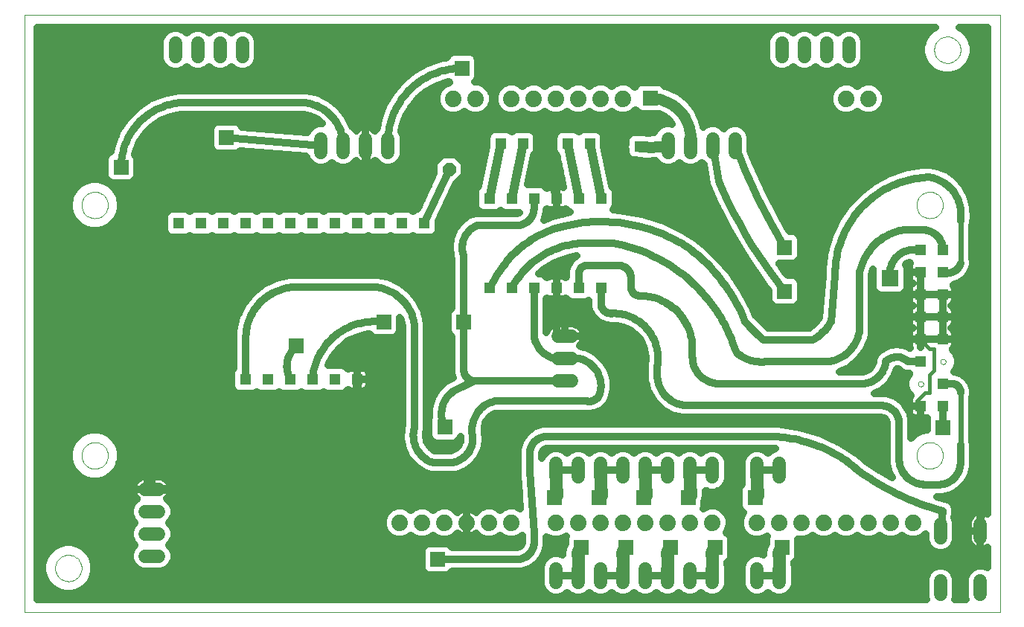
<source format=gbl>
G75*
%MOIN*%
%OFA0B0*%
%FSLAX24Y24*%
%IPPOS*%
%LPD*%
%AMOC8*
5,1,8,0,0,1.08239X$1,22.5*
%
%ADD10C,0.0000*%
%ADD11C,0.0004*%
%ADD12C,0.0600*%
%ADD13C,0.0740*%
%ADD14R,0.0515X0.0515*%
%ADD15OC8,0.0600*%
%ADD16R,0.0660X0.0660*%
%ADD17C,0.0400*%
%ADD18C,0.0320*%
%ADD19C,0.0160*%
%ADD20R,0.0475X0.0475*%
%ADD21C,0.0500*%
%ADD22R,0.0760X0.0760*%
%ADD23C,0.0240*%
%ADD24C,0.0560*%
D10*
X007411Y004067D02*
X051112Y004067D01*
X051112Y030838D01*
X007411Y030838D01*
X009970Y022303D02*
X009972Y022351D01*
X009978Y022399D01*
X009988Y022446D01*
X010001Y022492D01*
X010019Y022537D01*
X010039Y022581D01*
X010064Y022623D01*
X010092Y022662D01*
X010122Y022699D01*
X010156Y022733D01*
X010193Y022765D01*
X010231Y022794D01*
X010272Y022819D01*
X010315Y022841D01*
X010360Y022859D01*
X010406Y022873D01*
X010453Y022884D01*
X010501Y022891D01*
X010549Y022894D01*
X010597Y022893D01*
X010645Y022888D01*
X010693Y022879D01*
X010739Y022867D01*
X010784Y022850D01*
X010828Y022830D01*
X010870Y022807D01*
X010910Y022780D01*
X010948Y022750D01*
X010983Y022717D01*
X011015Y022681D01*
X011045Y022643D01*
X011071Y022602D01*
X011093Y022559D01*
X011113Y022515D01*
X011128Y022470D01*
X011140Y022423D01*
X011148Y022375D01*
X011152Y022327D01*
X011152Y022279D01*
X011148Y022231D01*
X011140Y022183D01*
X011128Y022136D01*
X011113Y022091D01*
X011093Y022047D01*
X011071Y022004D01*
X011045Y021963D01*
X011015Y021925D01*
X010983Y021889D01*
X010948Y021856D01*
X010910Y021826D01*
X010870Y021799D01*
X010828Y021776D01*
X010784Y021756D01*
X010739Y021739D01*
X010693Y021727D01*
X010645Y021718D01*
X010597Y021713D01*
X010549Y021712D01*
X010501Y021715D01*
X010453Y021722D01*
X010406Y021733D01*
X010360Y021747D01*
X010315Y021765D01*
X010272Y021787D01*
X010231Y021812D01*
X010193Y021841D01*
X010156Y021873D01*
X010122Y021907D01*
X010092Y021944D01*
X010064Y021983D01*
X010039Y022025D01*
X010019Y022069D01*
X010001Y022114D01*
X009988Y022160D01*
X009978Y022207D01*
X009972Y022255D01*
X009970Y022303D01*
X009970Y011082D02*
X009972Y011130D01*
X009978Y011178D01*
X009988Y011225D01*
X010001Y011271D01*
X010019Y011316D01*
X010039Y011360D01*
X010064Y011402D01*
X010092Y011441D01*
X010122Y011478D01*
X010156Y011512D01*
X010193Y011544D01*
X010231Y011573D01*
X010272Y011598D01*
X010315Y011620D01*
X010360Y011638D01*
X010406Y011652D01*
X010453Y011663D01*
X010501Y011670D01*
X010549Y011673D01*
X010597Y011672D01*
X010645Y011667D01*
X010693Y011658D01*
X010739Y011646D01*
X010784Y011629D01*
X010828Y011609D01*
X010870Y011586D01*
X010910Y011559D01*
X010948Y011529D01*
X010983Y011496D01*
X011015Y011460D01*
X011045Y011422D01*
X011071Y011381D01*
X011093Y011338D01*
X011113Y011294D01*
X011128Y011249D01*
X011140Y011202D01*
X011148Y011154D01*
X011152Y011106D01*
X011152Y011058D01*
X011148Y011010D01*
X011140Y010962D01*
X011128Y010915D01*
X011113Y010870D01*
X011093Y010826D01*
X011071Y010783D01*
X011045Y010742D01*
X011015Y010704D01*
X010983Y010668D01*
X010948Y010635D01*
X010910Y010605D01*
X010870Y010578D01*
X010828Y010555D01*
X010784Y010535D01*
X010739Y010518D01*
X010693Y010506D01*
X010645Y010497D01*
X010597Y010492D01*
X010549Y010491D01*
X010501Y010494D01*
X010453Y010501D01*
X010406Y010512D01*
X010360Y010526D01*
X010315Y010544D01*
X010272Y010566D01*
X010231Y010591D01*
X010193Y010620D01*
X010156Y010652D01*
X010122Y010686D01*
X010092Y010723D01*
X010064Y010762D01*
X010039Y010804D01*
X010019Y010848D01*
X010001Y010893D01*
X009988Y010939D01*
X009978Y010986D01*
X009972Y011034D01*
X009970Y011082D01*
X008789Y006035D02*
X008791Y006083D01*
X008797Y006131D01*
X008807Y006178D01*
X008820Y006224D01*
X008838Y006269D01*
X008858Y006313D01*
X008883Y006355D01*
X008911Y006394D01*
X008941Y006431D01*
X008975Y006465D01*
X009012Y006497D01*
X009050Y006526D01*
X009091Y006551D01*
X009134Y006573D01*
X009179Y006591D01*
X009225Y006605D01*
X009272Y006616D01*
X009320Y006623D01*
X009368Y006626D01*
X009416Y006625D01*
X009464Y006620D01*
X009512Y006611D01*
X009558Y006599D01*
X009603Y006582D01*
X009647Y006562D01*
X009689Y006539D01*
X009729Y006512D01*
X009767Y006482D01*
X009802Y006449D01*
X009834Y006413D01*
X009864Y006375D01*
X009890Y006334D01*
X009912Y006291D01*
X009932Y006247D01*
X009947Y006202D01*
X009959Y006155D01*
X009967Y006107D01*
X009971Y006059D01*
X009971Y006011D01*
X009967Y005963D01*
X009959Y005915D01*
X009947Y005868D01*
X009932Y005823D01*
X009912Y005779D01*
X009890Y005736D01*
X009864Y005695D01*
X009834Y005657D01*
X009802Y005621D01*
X009767Y005588D01*
X009729Y005558D01*
X009689Y005531D01*
X009647Y005508D01*
X009603Y005488D01*
X009558Y005471D01*
X009512Y005459D01*
X009464Y005450D01*
X009416Y005445D01*
X009368Y005444D01*
X009320Y005447D01*
X009272Y005454D01*
X009225Y005465D01*
X009179Y005479D01*
X009134Y005497D01*
X009091Y005519D01*
X009050Y005544D01*
X009012Y005573D01*
X008975Y005605D01*
X008941Y005639D01*
X008911Y005676D01*
X008883Y005715D01*
X008858Y005757D01*
X008838Y005801D01*
X008820Y005846D01*
X008807Y005892D01*
X008797Y005939D01*
X008791Y005987D01*
X008789Y006035D01*
X047371Y011082D02*
X047373Y011130D01*
X047379Y011178D01*
X047389Y011225D01*
X047402Y011271D01*
X047420Y011316D01*
X047440Y011360D01*
X047465Y011402D01*
X047493Y011441D01*
X047523Y011478D01*
X047557Y011512D01*
X047594Y011544D01*
X047632Y011573D01*
X047673Y011598D01*
X047716Y011620D01*
X047761Y011638D01*
X047807Y011652D01*
X047854Y011663D01*
X047902Y011670D01*
X047950Y011673D01*
X047998Y011672D01*
X048046Y011667D01*
X048094Y011658D01*
X048140Y011646D01*
X048185Y011629D01*
X048229Y011609D01*
X048271Y011586D01*
X048311Y011559D01*
X048349Y011529D01*
X048384Y011496D01*
X048416Y011460D01*
X048446Y011422D01*
X048472Y011381D01*
X048494Y011338D01*
X048514Y011294D01*
X048529Y011249D01*
X048541Y011202D01*
X048549Y011154D01*
X048553Y011106D01*
X048553Y011058D01*
X048549Y011010D01*
X048541Y010962D01*
X048529Y010915D01*
X048514Y010870D01*
X048494Y010826D01*
X048472Y010783D01*
X048446Y010742D01*
X048416Y010704D01*
X048384Y010668D01*
X048349Y010635D01*
X048311Y010605D01*
X048271Y010578D01*
X048229Y010555D01*
X048185Y010535D01*
X048140Y010518D01*
X048094Y010506D01*
X048046Y010497D01*
X047998Y010492D01*
X047950Y010491D01*
X047902Y010494D01*
X047854Y010501D01*
X047807Y010512D01*
X047761Y010526D01*
X047716Y010544D01*
X047673Y010566D01*
X047632Y010591D01*
X047594Y010620D01*
X047557Y010652D01*
X047523Y010686D01*
X047493Y010723D01*
X047465Y010762D01*
X047440Y010804D01*
X047420Y010848D01*
X047402Y010893D01*
X047389Y010939D01*
X047379Y010986D01*
X047373Y011034D01*
X047371Y011082D01*
X047435Y014291D02*
X047437Y014312D01*
X047443Y014332D01*
X047452Y014352D01*
X047464Y014369D01*
X047479Y014383D01*
X047497Y014395D01*
X047517Y014403D01*
X047537Y014408D01*
X047558Y014409D01*
X047579Y014406D01*
X047599Y014400D01*
X047618Y014389D01*
X047635Y014376D01*
X047648Y014360D01*
X047659Y014342D01*
X047667Y014322D01*
X047671Y014302D01*
X047671Y014280D01*
X047667Y014260D01*
X047659Y014240D01*
X047648Y014222D01*
X047635Y014206D01*
X047618Y014193D01*
X047599Y014182D01*
X047579Y014176D01*
X047558Y014173D01*
X047537Y014174D01*
X047517Y014179D01*
X047497Y014187D01*
X047479Y014199D01*
X047464Y014213D01*
X047452Y014230D01*
X047443Y014250D01*
X047437Y014270D01*
X047435Y014291D01*
X048435Y015291D02*
X048437Y015312D01*
X048443Y015332D01*
X048452Y015352D01*
X048464Y015369D01*
X048479Y015383D01*
X048497Y015395D01*
X048517Y015403D01*
X048537Y015408D01*
X048558Y015409D01*
X048579Y015406D01*
X048599Y015400D01*
X048618Y015389D01*
X048635Y015376D01*
X048648Y015360D01*
X048659Y015342D01*
X048667Y015322D01*
X048671Y015302D01*
X048671Y015280D01*
X048667Y015260D01*
X048659Y015240D01*
X048648Y015222D01*
X048635Y015206D01*
X048618Y015193D01*
X048599Y015182D01*
X048579Y015176D01*
X048558Y015173D01*
X048537Y015174D01*
X048517Y015179D01*
X048497Y015187D01*
X048479Y015199D01*
X048464Y015213D01*
X048452Y015230D01*
X048443Y015250D01*
X048437Y015270D01*
X048435Y015291D01*
X047371Y022303D02*
X047373Y022351D01*
X047379Y022399D01*
X047389Y022446D01*
X047402Y022492D01*
X047420Y022537D01*
X047440Y022581D01*
X047465Y022623D01*
X047493Y022662D01*
X047523Y022699D01*
X047557Y022733D01*
X047594Y022765D01*
X047632Y022794D01*
X047673Y022819D01*
X047716Y022841D01*
X047761Y022859D01*
X047807Y022873D01*
X047854Y022884D01*
X047902Y022891D01*
X047950Y022894D01*
X047998Y022893D01*
X048046Y022888D01*
X048094Y022879D01*
X048140Y022867D01*
X048185Y022850D01*
X048229Y022830D01*
X048271Y022807D01*
X048311Y022780D01*
X048349Y022750D01*
X048384Y022717D01*
X048416Y022681D01*
X048446Y022643D01*
X048472Y022602D01*
X048494Y022559D01*
X048514Y022515D01*
X048529Y022470D01*
X048541Y022423D01*
X048549Y022375D01*
X048553Y022327D01*
X048553Y022279D01*
X048549Y022231D01*
X048541Y022183D01*
X048529Y022136D01*
X048514Y022091D01*
X048494Y022047D01*
X048472Y022004D01*
X048446Y021963D01*
X048416Y021925D01*
X048384Y021889D01*
X048349Y021856D01*
X048311Y021826D01*
X048271Y021799D01*
X048229Y021776D01*
X048185Y021756D01*
X048140Y021739D01*
X048094Y021727D01*
X048046Y021718D01*
X047998Y021713D01*
X047950Y021712D01*
X047902Y021715D01*
X047854Y021722D01*
X047807Y021733D01*
X047761Y021747D01*
X047716Y021765D01*
X047673Y021787D01*
X047632Y021812D01*
X047594Y021841D01*
X047557Y021873D01*
X047523Y021907D01*
X047493Y021944D01*
X047465Y021983D01*
X047440Y022025D01*
X047420Y022069D01*
X047402Y022114D01*
X047389Y022160D01*
X047379Y022207D01*
X047373Y022255D01*
X047371Y022303D01*
X048159Y029263D02*
X048161Y029311D01*
X048167Y029359D01*
X048177Y029406D01*
X048190Y029452D01*
X048208Y029497D01*
X048228Y029541D01*
X048253Y029583D01*
X048281Y029622D01*
X048311Y029659D01*
X048345Y029693D01*
X048382Y029725D01*
X048420Y029754D01*
X048461Y029779D01*
X048504Y029801D01*
X048549Y029819D01*
X048595Y029833D01*
X048642Y029844D01*
X048690Y029851D01*
X048738Y029854D01*
X048786Y029853D01*
X048834Y029848D01*
X048882Y029839D01*
X048928Y029827D01*
X048973Y029810D01*
X049017Y029790D01*
X049059Y029767D01*
X049099Y029740D01*
X049137Y029710D01*
X049172Y029677D01*
X049204Y029641D01*
X049234Y029603D01*
X049260Y029562D01*
X049282Y029519D01*
X049302Y029475D01*
X049317Y029430D01*
X049329Y029383D01*
X049337Y029335D01*
X049341Y029287D01*
X049341Y029239D01*
X049337Y029191D01*
X049329Y029143D01*
X049317Y029096D01*
X049302Y029051D01*
X049282Y029007D01*
X049260Y028964D01*
X049234Y028923D01*
X049204Y028885D01*
X049172Y028849D01*
X049137Y028816D01*
X049099Y028786D01*
X049059Y028759D01*
X049017Y028736D01*
X048973Y028716D01*
X048928Y028699D01*
X048882Y028687D01*
X048834Y028678D01*
X048786Y028673D01*
X048738Y028672D01*
X048690Y028675D01*
X048642Y028682D01*
X048595Y028693D01*
X048549Y028707D01*
X048504Y028725D01*
X048461Y028747D01*
X048420Y028772D01*
X048382Y028801D01*
X048345Y028833D01*
X048311Y028867D01*
X048281Y028904D01*
X048253Y028943D01*
X048228Y028985D01*
X048208Y029029D01*
X048190Y029074D01*
X048177Y029120D01*
X048167Y029167D01*
X048161Y029215D01*
X048159Y029263D01*
D11*
X007411Y030838D02*
X007411Y004067D01*
D12*
X012820Y006567D02*
X013420Y006567D01*
X013420Y007567D02*
X012820Y007567D01*
X012820Y008567D02*
X013420Y008567D01*
X013420Y009567D02*
X012820Y009567D01*
X031224Y010117D02*
X031224Y010717D01*
X032224Y010717D02*
X032224Y010117D01*
X033224Y010117D02*
X033224Y010717D01*
X034224Y010717D02*
X034224Y010117D01*
X035224Y010117D02*
X035224Y010717D01*
X036224Y010717D02*
X036224Y010117D01*
X037224Y010117D02*
X037224Y010717D01*
X038224Y010717D02*
X038224Y010117D01*
X040224Y010117D02*
X040224Y010717D01*
X041224Y010717D02*
X041224Y010117D01*
X041224Y006004D02*
X041224Y005404D01*
X040224Y005404D02*
X040224Y006004D01*
X038224Y006004D02*
X038224Y005404D01*
X037224Y005404D02*
X037224Y006004D01*
X036224Y006004D02*
X036224Y005404D01*
X035224Y005404D02*
X035224Y006004D01*
X034224Y006004D02*
X034224Y005404D01*
X033224Y005404D02*
X033224Y006004D01*
X032224Y006004D02*
X032224Y005404D01*
X031224Y005404D02*
X031224Y006004D01*
X031316Y014421D02*
X031916Y014421D01*
X031916Y015421D02*
X031316Y015421D01*
X031316Y016421D02*
X031916Y016421D01*
X036242Y024672D02*
X036242Y025272D01*
X037242Y025272D02*
X037242Y024672D01*
X038242Y024672D02*
X038242Y025272D01*
X039242Y025272D02*
X039242Y024672D01*
X041344Y028963D02*
X041344Y029563D01*
X042344Y029563D02*
X042344Y028963D01*
X043344Y028963D02*
X043344Y029563D01*
X044344Y029563D02*
X044344Y028963D01*
X023691Y025272D02*
X023691Y024672D01*
X022691Y024672D02*
X022691Y025272D01*
X021691Y025272D02*
X021691Y024672D01*
X020691Y024672D02*
X020691Y025272D01*
X017179Y028963D02*
X017179Y029563D01*
X016179Y029563D02*
X016179Y028963D01*
X015179Y028963D02*
X015179Y029563D01*
X014179Y029563D02*
X014179Y028963D01*
X048450Y008009D02*
X048450Y007409D01*
X050230Y007409D02*
X050230Y008009D01*
X050230Y005449D02*
X050230Y004849D01*
X048450Y004849D02*
X048450Y005449D01*
D13*
X047224Y008067D03*
X046224Y008067D03*
X045224Y008067D03*
X044224Y008067D03*
X043224Y008067D03*
X042224Y008067D03*
X041224Y008067D03*
X040224Y008067D03*
X038224Y008067D03*
X037224Y008067D03*
X036224Y008067D03*
X035224Y008067D03*
X034224Y008067D03*
X033224Y008067D03*
X032224Y008067D03*
X031224Y008067D03*
X029224Y008067D03*
X028224Y008067D03*
X027224Y008067D03*
X026224Y008067D03*
X025224Y008067D03*
X024224Y008067D03*
X026624Y027067D03*
X027624Y027067D03*
X029224Y027067D03*
X030224Y027067D03*
X031224Y027067D03*
X032224Y027067D03*
X033224Y027067D03*
X034224Y027067D03*
X044224Y027067D03*
X045224Y027067D03*
D14*
X047553Y020291D03*
X048553Y020291D03*
X048553Y019291D03*
X047553Y019291D03*
X047553Y018291D03*
X048553Y018291D03*
X048553Y017291D03*
X047553Y017291D03*
X047553Y016291D03*
X048553Y016291D03*
X047553Y015291D03*
X048553Y014291D03*
X048553Y013291D03*
X047553Y013291D03*
X033239Y018598D03*
X032239Y018598D03*
X031239Y018598D03*
X030239Y018598D03*
X029239Y018598D03*
X028239Y018598D03*
X025324Y021492D03*
X024324Y021492D03*
X023324Y021492D03*
X022324Y021492D03*
X021324Y021492D03*
X020324Y021492D03*
X019324Y021492D03*
X018324Y021492D03*
X017324Y021492D03*
X016324Y021492D03*
X015324Y021492D03*
X014324Y021492D03*
X017324Y014492D03*
X018324Y014492D03*
X019324Y014492D03*
X020324Y014492D03*
X021324Y014492D03*
X022324Y014492D03*
X028239Y022598D03*
X029239Y022598D03*
X030239Y022598D03*
X031239Y022598D03*
X032239Y022598D03*
X033239Y022598D03*
D15*
X026439Y023897D03*
D16*
X027017Y028437D03*
X035443Y027098D03*
X041466Y020405D03*
X041466Y018437D03*
X048553Y012334D03*
X040135Y009185D03*
X037135Y009185D03*
X035135Y009185D03*
X033135Y009185D03*
X031135Y009185D03*
X028029Y009567D03*
X026242Y012354D03*
X019576Y015996D03*
X023513Y017059D03*
X027096Y017059D03*
X016466Y025326D03*
X011742Y024000D03*
X032348Y006948D03*
X034348Y006948D03*
X036348Y006948D03*
X038348Y006948D03*
X041348Y006948D03*
X025915Y006429D03*
D17*
X028029Y009567D02*
X022324Y009567D01*
X022324Y014492D01*
X022324Y009567D02*
X013120Y009567D01*
X028239Y022598D02*
X028742Y025067D01*
X029742Y025067D02*
X029239Y022598D01*
X031239Y022598D02*
X030738Y025031D01*
X031742Y025067D02*
X032239Y022598D01*
X033239Y022598D02*
X032742Y025067D01*
D18*
X033348Y025406D02*
X034431Y025406D01*
X034410Y025385D02*
X034353Y025246D01*
X034353Y025100D01*
X034331Y024864D01*
X034353Y024796D01*
X034353Y024620D01*
X034410Y024480D01*
X034517Y024373D01*
X034657Y024315D01*
X034803Y024315D01*
X034914Y024305D01*
X035269Y024273D01*
X035667Y024286D01*
X035857Y024096D01*
X036106Y023992D01*
X036377Y023992D01*
X036627Y024096D01*
X036742Y024210D01*
X036857Y024096D01*
X037106Y023992D01*
X037377Y023992D01*
X037627Y024096D01*
X037742Y024210D01*
X037839Y024113D01*
X037974Y023308D01*
X037975Y023241D01*
X037992Y023203D01*
X037999Y023162D01*
X038034Y023106D01*
X038312Y022466D01*
X038986Y021155D01*
X039745Y019890D01*
X040585Y018678D01*
X040756Y018462D01*
X040756Y018031D01*
X040814Y017891D01*
X040921Y017784D01*
X041061Y017727D01*
X041872Y017727D01*
X042011Y017784D01*
X042118Y017891D01*
X042176Y018031D01*
X042176Y018842D01*
X042118Y018982D01*
X042011Y019089D01*
X041872Y019147D01*
X041602Y019147D01*
X041462Y019329D01*
X041208Y019695D01*
X041872Y019695D01*
X042011Y019753D01*
X042118Y019860D01*
X042176Y020000D01*
X042176Y020811D01*
X042118Y020950D01*
X042011Y021057D01*
X041872Y021115D01*
X041678Y021115D01*
X041511Y021403D01*
X040740Y022876D01*
X040055Y024393D01*
X039922Y024726D01*
X039922Y025407D01*
X039818Y025657D01*
X039627Y025849D01*
X039377Y025952D01*
X039106Y025952D01*
X038857Y025849D01*
X038742Y025734D01*
X038627Y025849D01*
X038377Y025952D01*
X038106Y025952D01*
X037857Y025849D01*
X037818Y025810D01*
X037750Y026106D01*
X037750Y026106D01*
X037512Y026599D01*
X037512Y026599D01*
X037171Y027027D01*
X036743Y027369D01*
X036250Y027606D01*
X036095Y027641D01*
X036095Y027643D01*
X035988Y027750D01*
X035848Y027808D01*
X035037Y027808D01*
X034897Y027750D01*
X034790Y027643D01*
X034766Y027585D01*
X034649Y027702D01*
X034373Y027817D01*
X034075Y027817D01*
X033799Y027702D01*
X033724Y027627D01*
X033649Y027702D01*
X033373Y027817D01*
X033075Y027817D01*
X032799Y027702D01*
X032724Y027627D01*
X032649Y027702D01*
X032373Y027817D01*
X032075Y027817D01*
X031799Y027702D01*
X031724Y027627D01*
X031649Y027702D01*
X031373Y027817D01*
X031075Y027817D01*
X030799Y027702D01*
X030724Y027627D01*
X030649Y027702D01*
X030373Y027817D01*
X030075Y027817D01*
X029799Y027702D01*
X029724Y027627D01*
X029649Y027702D01*
X029373Y027817D01*
X029075Y027817D01*
X028799Y027702D01*
X028588Y027491D01*
X028474Y027216D01*
X028474Y026917D01*
X028588Y026642D01*
X028799Y026431D01*
X029075Y026317D01*
X029373Y026317D01*
X029649Y026431D01*
X029724Y026506D01*
X029799Y026431D01*
X030075Y026317D01*
X030373Y026317D01*
X030649Y026431D01*
X030724Y026506D01*
X030799Y026431D01*
X031075Y026317D01*
X031373Y026317D01*
X031649Y026431D01*
X031724Y026506D01*
X031799Y026431D01*
X032075Y026317D01*
X032373Y026317D01*
X032649Y026431D01*
X032724Y026506D01*
X032799Y026431D01*
X033075Y026317D01*
X033373Y026317D01*
X033649Y026431D01*
X033724Y026506D01*
X033799Y026431D01*
X034075Y026317D01*
X034373Y026317D01*
X034649Y026431D01*
X034785Y026567D01*
X034790Y026553D01*
X034897Y026446D01*
X035037Y026388D01*
X035848Y026388D01*
X035854Y026390D01*
X036065Y026289D01*
X036269Y026126D01*
X036423Y025933D01*
X036377Y025952D01*
X036106Y025952D01*
X035857Y025849D01*
X035665Y025657D01*
X035622Y025553D01*
X035307Y025543D01*
X035298Y025544D01*
X035283Y025550D01*
X035194Y025550D01*
X035026Y025560D01*
X034902Y025571D01*
X034834Y025550D01*
X034657Y025550D01*
X034517Y025492D01*
X034410Y025385D01*
X034351Y025088D02*
X033359Y025088D01*
X033359Y024938D02*
X033359Y025380D01*
X033301Y025519D01*
X033194Y025626D01*
X033055Y025684D01*
X032429Y025684D01*
X032289Y025626D01*
X032242Y025579D01*
X032194Y025626D01*
X032055Y025684D01*
X031429Y025684D01*
X031289Y025626D01*
X031182Y025519D01*
X031124Y025380D01*
X031124Y024753D01*
X031182Y024614D01*
X031256Y024540D01*
X031544Y023111D01*
X031522Y023116D01*
X031239Y023116D01*
X031239Y022598D01*
X031239Y022081D01*
X031522Y022081D01*
X031572Y022091D01*
X031620Y022110D01*
X031656Y022134D01*
X031659Y022125D01*
X031766Y022019D01*
X031853Y021983D01*
X031481Y021896D01*
X031044Y021794D01*
X030674Y021639D01*
X030779Y021961D01*
X030779Y022086D01*
X030819Y022125D01*
X030822Y022134D01*
X030858Y022110D01*
X030906Y022091D01*
X030956Y022081D01*
X031239Y022081D01*
X031239Y022598D01*
X031239Y022598D01*
X031239Y022598D01*
X031239Y023116D01*
X030956Y023116D01*
X030906Y023106D01*
X030858Y023086D01*
X030822Y023062D01*
X030819Y023071D01*
X030712Y023178D01*
X030572Y023236D01*
X029961Y023236D01*
X030226Y024539D01*
X030301Y024614D01*
X030359Y024753D01*
X030359Y025380D01*
X030301Y025519D01*
X030194Y025626D01*
X030055Y025684D01*
X029429Y025684D01*
X029289Y025626D01*
X029242Y025579D01*
X029194Y025626D01*
X029055Y025684D01*
X028429Y025684D01*
X028289Y025626D01*
X028182Y025519D01*
X028124Y025380D01*
X028124Y024941D01*
X027765Y023176D01*
X027659Y023071D01*
X027601Y022931D01*
X027601Y022265D01*
X027659Y022125D01*
X027766Y022019D01*
X027906Y021961D01*
X028572Y021961D01*
X028712Y022019D01*
X028739Y022046D01*
X028766Y022019D01*
X028906Y021961D01*
X029572Y021961D01*
X029578Y021963D01*
X029568Y021956D01*
X029496Y021932D01*
X029458Y021929D01*
X027690Y021929D01*
X027586Y021931D01*
X027583Y021929D01*
X027579Y021929D01*
X027483Y021890D01*
X027290Y021813D01*
X026953Y021560D01*
X026693Y021229D01*
X026527Y020842D01*
X026467Y020425D01*
X026516Y020006D01*
X026556Y019907D01*
X026556Y017713D01*
X026551Y017711D01*
X026444Y017604D01*
X026386Y017464D01*
X026386Y016653D01*
X026444Y016513D01*
X026551Y016407D01*
X026556Y016404D01*
X026556Y014733D01*
X026610Y014566D01*
X026586Y014554D01*
X026570Y014553D01*
X026489Y014509D01*
X026406Y014470D01*
X026395Y014458D01*
X026270Y014389D01*
X025932Y014067D01*
X025689Y013669D01*
X025689Y013669D01*
X025557Y013221D01*
X025557Y013221D01*
X025547Y012796D01*
X025532Y012760D01*
X025532Y011948D01*
X025590Y011809D01*
X025696Y011702D01*
X025836Y011644D01*
X026647Y011644D01*
X026787Y011702D01*
X026894Y011809D01*
X026940Y011921D01*
X026953Y011867D01*
X026954Y011820D01*
X026929Y011679D01*
X026870Y011550D01*
X026778Y011440D01*
X026661Y011358D01*
X026527Y011308D01*
X026471Y011299D01*
X025818Y011299D01*
X025794Y011309D01*
X025631Y011414D01*
X025501Y011558D01*
X025413Y011731D01*
X025372Y011920D01*
X025382Y012114D01*
X025402Y012196D01*
X025431Y012266D01*
X025431Y012289D01*
X025438Y012310D01*
X025431Y012395D01*
X025431Y016983D01*
X025308Y017525D01*
X025066Y018026D01*
X025066Y018026D01*
X024719Y018461D01*
X024284Y018808D01*
X023783Y019050D01*
X023240Y019173D01*
X019297Y019173D01*
X018675Y019031D01*
X018675Y019031D01*
X018100Y018755D01*
X017601Y018357D01*
X017601Y018357D01*
X017601Y018357D01*
X017203Y017858D01*
X016926Y017283D01*
X016784Y016661D01*
X016784Y015004D01*
X016745Y014964D01*
X016687Y014825D01*
X016687Y014159D01*
X016745Y014019D01*
X016852Y013912D01*
X016991Y013854D01*
X017657Y013854D01*
X017797Y013912D01*
X017824Y013939D01*
X017852Y013912D01*
X017991Y013854D01*
X018657Y013854D01*
X018797Y013912D01*
X018824Y013939D01*
X018852Y013912D01*
X018991Y013854D01*
X019657Y013854D01*
X019797Y013912D01*
X019824Y013939D01*
X019852Y013912D01*
X019991Y013854D01*
X020657Y013854D01*
X020797Y013912D01*
X020824Y013939D01*
X020852Y013912D01*
X020991Y013854D01*
X021657Y013854D01*
X021797Y013912D01*
X021904Y014019D01*
X021908Y014028D01*
X021944Y014004D01*
X021991Y013984D01*
X022041Y013974D01*
X022324Y013974D01*
X022324Y014492D01*
X022324Y015009D01*
X022041Y015009D01*
X021991Y014999D01*
X021944Y014980D01*
X021908Y014956D01*
X021904Y014964D01*
X021797Y015071D01*
X021657Y015129D01*
X021016Y015129D01*
X021049Y015224D01*
X021276Y015610D01*
X021574Y015944D01*
X021932Y016213D01*
X022335Y016407D01*
X022768Y016519D01*
X022857Y016524D01*
X022861Y016513D01*
X022968Y016407D01*
X023108Y016349D01*
X023919Y016349D01*
X024059Y016407D01*
X024166Y016513D01*
X024223Y016653D01*
X024223Y017267D01*
X024273Y017163D01*
X024343Y016860D01*
X024351Y016704D01*
X024351Y012459D01*
X024304Y012311D01*
X024280Y011832D01*
X024280Y011832D01*
X024380Y011363D01*
X024380Y011363D01*
X024599Y010936D01*
X024599Y010936D01*
X024921Y010580D01*
X024921Y010580D01*
X025324Y010319D01*
X025532Y010252D01*
X025611Y010219D01*
X025633Y010219D01*
X025655Y010213D01*
X025740Y010219D01*
X026423Y010219D01*
X026447Y010212D01*
X026530Y010219D01*
X026613Y010219D01*
X026636Y010229D01*
X026768Y010241D01*
X027170Y010389D01*
X027520Y010636D01*
X027794Y010965D01*
X027974Y011354D01*
X028047Y011776D01*
X028047Y011776D01*
X028034Y011920D01*
X028040Y011957D01*
X028024Y012026D01*
X028018Y012096D01*
X028007Y012117D01*
X028000Y012162D01*
X028007Y012364D01*
X028066Y012557D01*
X028173Y012728D01*
X028320Y012865D01*
X028499Y012960D01*
X028549Y012975D01*
X032554Y012975D01*
X032664Y012953D01*
X032992Y012992D01*
X033291Y013130D01*
X033291Y013130D01*
X033534Y013354D01*
X033696Y013641D01*
X033696Y013641D01*
X033726Y013792D01*
X033779Y014011D01*
X033768Y014483D01*
X033635Y014935D01*
X033389Y015338D01*
X033048Y015664D01*
X033048Y015664D01*
X033048Y015664D01*
X032634Y015890D01*
X032634Y015890D01*
X032445Y015936D01*
X032385Y015961D01*
X032342Y015961D01*
X032336Y015962D01*
X032301Y015997D01*
X032289Y016002D01*
X032343Y016056D01*
X032395Y016127D01*
X032435Y016206D01*
X032462Y016290D01*
X032476Y016377D01*
X032476Y016421D01*
X032476Y016465D01*
X032462Y016552D01*
X032435Y016636D01*
X032395Y016714D01*
X032343Y016786D01*
X032281Y016848D01*
X032209Y016900D01*
X032131Y016940D01*
X032047Y016967D01*
X031960Y016981D01*
X031616Y016981D01*
X031616Y016421D01*
X032476Y016421D01*
X031616Y016421D01*
X031616Y016421D01*
X031616Y016421D01*
X033639Y016421D01*
X033749Y016891D02*
X033833Y016909D01*
X033945Y016902D01*
X034256Y016831D01*
X034545Y016695D01*
X034797Y016499D01*
X035002Y016254D01*
X035149Y015970D01*
X035231Y015661D01*
X035245Y015342D01*
X035231Y015231D01*
X035217Y015198D01*
X035217Y015137D01*
X035207Y015078D01*
X035217Y015031D01*
X035217Y014444D01*
X035348Y013956D01*
X035601Y013519D01*
X035601Y013519D01*
X035958Y013162D01*
X036395Y012909D01*
X036883Y012779D01*
X045797Y012779D01*
X045836Y012775D01*
X045909Y012752D01*
X045972Y012706D01*
X046017Y012643D01*
X046041Y012570D01*
X046044Y012531D01*
X046044Y010730D01*
X046162Y010292D01*
X046276Y010094D01*
X045536Y010527D01*
X045146Y010792D01*
X044804Y011097D01*
X043982Y011638D01*
X043982Y011638D01*
X043089Y012055D01*
X042146Y012338D01*
X041171Y012481D01*
X030626Y012481D01*
X030226Y012351D01*
X029886Y012103D01*
X029639Y011763D01*
X029509Y011363D01*
X029509Y010453D01*
X029503Y010434D01*
X029509Y010346D01*
X029509Y010258D01*
X029516Y010240D01*
X029626Y008712D01*
X029373Y008817D01*
X029075Y008817D01*
X028799Y008702D01*
X028724Y008627D01*
X028649Y008702D01*
X028373Y008817D01*
X028075Y008817D01*
X027799Y008702D01*
X027639Y008542D01*
X027634Y008547D01*
X027554Y008605D01*
X027466Y008650D01*
X027372Y008681D01*
X027274Y008697D01*
X027224Y008697D01*
X027174Y008697D01*
X027076Y008681D01*
X026982Y008650D01*
X026894Y008605D01*
X026814Y008547D01*
X026809Y008542D01*
X026649Y008702D01*
X026373Y008817D01*
X026075Y008817D01*
X025799Y008702D01*
X025724Y008627D01*
X025649Y008702D01*
X025373Y008817D01*
X025075Y008817D01*
X024799Y008702D01*
X024724Y008627D01*
X024649Y008702D01*
X024373Y008817D01*
X024075Y008817D01*
X023799Y008702D01*
X023588Y008491D01*
X023474Y008216D01*
X023474Y007917D01*
X023588Y007642D01*
X023799Y007431D01*
X024075Y007317D01*
X024373Y007317D01*
X024649Y007431D01*
X024724Y007506D01*
X024799Y007431D01*
X025075Y007317D01*
X025373Y007317D01*
X025649Y007431D01*
X025724Y007506D01*
X025799Y007431D01*
X026075Y007317D01*
X026373Y007317D01*
X026649Y007431D01*
X026809Y007591D01*
X026814Y007586D01*
X026894Y007528D01*
X026982Y007483D01*
X027076Y007452D01*
X027174Y007437D01*
X027224Y007437D01*
X027224Y008067D01*
X027224Y008697D01*
X027224Y008067D01*
X027224Y008067D01*
X027224Y007437D01*
X027274Y007437D01*
X027372Y007452D01*
X027466Y007483D01*
X027554Y007528D01*
X027634Y007586D01*
X027639Y007591D01*
X027799Y007431D01*
X028075Y007317D01*
X028373Y007317D01*
X028649Y007431D01*
X028724Y007506D01*
X028799Y007431D01*
X029075Y007317D01*
X029373Y007317D01*
X029649Y007431D01*
X029706Y007488D01*
X029706Y007216D01*
X029703Y007177D01*
X029679Y007104D01*
X029633Y007041D01*
X029571Y006996D01*
X029497Y006972D01*
X029458Y006969D01*
X026569Y006969D01*
X026567Y006974D01*
X026460Y007081D01*
X026321Y007139D01*
X025509Y007139D01*
X025370Y007081D01*
X025263Y006974D01*
X025205Y006834D01*
X025205Y006023D01*
X025263Y005883D01*
X025370Y005777D01*
X025509Y005719D01*
X026321Y005719D01*
X026460Y005777D01*
X026567Y005883D01*
X026569Y005889D01*
X029669Y005889D01*
X030068Y006019D01*
X030068Y006019D01*
X030409Y006266D01*
X030656Y006606D01*
X030786Y007006D01*
X030786Y007444D01*
X030799Y007431D01*
X031075Y007317D01*
X031373Y007317D01*
X031649Y007431D01*
X031685Y007466D01*
X031638Y007354D01*
X031638Y007129D01*
X031562Y006973D01*
X031518Y006674D01*
X031528Y006614D01*
X031359Y006684D01*
X031089Y006684D01*
X030839Y006581D01*
X030648Y006390D01*
X030544Y006140D01*
X030544Y005269D01*
X030648Y005019D01*
X030839Y004828D01*
X031089Y004724D01*
X031359Y004724D01*
X031609Y004828D01*
X031724Y004943D01*
X031839Y004828D01*
X032089Y004724D01*
X032359Y004724D01*
X032609Y004828D01*
X032724Y004943D01*
X032839Y004828D01*
X033089Y004724D01*
X033359Y004724D01*
X033609Y004828D01*
X033724Y004943D01*
X033839Y004828D01*
X034089Y004724D01*
X034359Y004724D01*
X034609Y004828D01*
X034724Y004943D01*
X034839Y004828D01*
X035089Y004724D01*
X035359Y004724D01*
X035609Y004828D01*
X035724Y004943D01*
X035839Y004828D01*
X036089Y004724D01*
X036359Y004724D01*
X036609Y004828D01*
X036724Y004943D01*
X036839Y004828D01*
X037089Y004724D01*
X037359Y004724D01*
X037609Y004828D01*
X037724Y004943D01*
X037839Y004828D01*
X038089Y004724D01*
X038359Y004724D01*
X038609Y004828D01*
X038800Y005019D01*
X038904Y005269D01*
X038904Y006140D01*
X038884Y006188D01*
X038884Y006292D01*
X038893Y006296D01*
X039609Y006296D01*
X039648Y006390D02*
X039544Y006140D01*
X039544Y005269D01*
X039648Y005019D01*
X039839Y004828D01*
X040089Y004724D01*
X040359Y004724D01*
X040609Y004828D01*
X040724Y004943D01*
X040839Y004828D01*
X041089Y004724D01*
X041359Y004724D01*
X041609Y004828D01*
X041800Y005019D01*
X041904Y005269D01*
X041904Y006140D01*
X041884Y006188D01*
X041884Y006292D01*
X041893Y006296D01*
X050552Y006296D01*
X050552Y006052D02*
X050365Y006129D01*
X050095Y006129D01*
X049845Y006025D01*
X049654Y005834D01*
X049550Y005584D01*
X049550Y004713D01*
X049586Y004627D01*
X049094Y004627D01*
X049130Y004713D01*
X049130Y005584D01*
X049027Y005834D01*
X048835Y006025D01*
X048585Y006129D01*
X048315Y006129D01*
X048065Y006025D01*
X047874Y005834D01*
X047770Y005584D01*
X047770Y004713D01*
X047806Y004627D01*
X007973Y004627D01*
X007973Y030278D01*
X048206Y030278D01*
X048043Y030184D01*
X047829Y029970D01*
X047677Y029707D01*
X047599Y029415D01*
X047599Y029112D01*
X047677Y028819D01*
X047829Y028557D01*
X048043Y028343D01*
X048306Y028191D01*
X048598Y028113D01*
X048901Y028113D01*
X049194Y028191D01*
X049456Y028343D01*
X049670Y028557D01*
X049822Y028819D01*
X049900Y029112D01*
X049900Y029415D01*
X049822Y029707D01*
X049670Y029970D01*
X049456Y030184D01*
X049293Y030278D01*
X050552Y030278D01*
X050552Y008467D01*
X050524Y008488D01*
X050445Y008528D01*
X050361Y008555D01*
X050274Y008569D01*
X050230Y008569D01*
X050186Y008569D01*
X050099Y008555D01*
X050015Y008528D01*
X049937Y008488D01*
X049865Y008436D01*
X049803Y008374D01*
X049751Y008302D01*
X049711Y008224D01*
X049684Y008140D01*
X049670Y008053D01*
X049670Y007709D01*
X050230Y007709D01*
X050230Y008569D01*
X050230Y007709D01*
X050230Y007709D01*
X050230Y007709D01*
X050285Y008496D01*
X050285Y019342D01*
X050285Y021901D01*
X050552Y021903D02*
X049908Y021903D01*
X049916Y021741D02*
X049891Y022245D01*
X049754Y022730D01*
X049754Y022730D01*
X049513Y023174D01*
X049179Y023552D01*
X048769Y023847D01*
X048304Y024043D01*
X048108Y024077D01*
X048057Y024097D01*
X048003Y024096D01*
X047950Y024105D01*
X047897Y024093D01*
X047567Y024086D01*
X046812Y023949D01*
X046088Y023695D01*
X045413Y023332D01*
X044803Y022867D01*
X044273Y022313D01*
X043837Y021682D01*
X043504Y020991D01*
X043284Y020257D01*
X043284Y020257D01*
X043181Y019497D01*
X043181Y019497D01*
X043189Y019145D01*
X043007Y017250D01*
X042985Y017213D01*
X042808Y016997D01*
X042592Y016819D01*
X042578Y016811D01*
X040717Y016811D01*
X040470Y017047D01*
X040157Y017375D01*
X040026Y017702D01*
X039596Y018504D01*
X039596Y018504D01*
X039082Y019255D01*
X038488Y019945D01*
X037823Y020565D01*
X037530Y020784D01*
X037520Y020800D01*
X037444Y020848D01*
X037373Y020902D01*
X037355Y020907D01*
X036995Y021140D01*
X036059Y021583D01*
X035071Y021896D01*
X034051Y022073D01*
X033777Y022084D01*
X033819Y022125D01*
X033876Y022265D01*
X033876Y022931D01*
X033819Y023071D01*
X033714Y023175D01*
X033359Y024938D01*
X033393Y024769D02*
X034353Y024769D01*
X034440Y024451D02*
X033457Y024451D01*
X033522Y024132D02*
X035820Y024132D01*
X035269Y024273D02*
X035269Y024273D01*
X034104Y024500D02*
X034970Y022570D01*
X035031Y021903D02*
X038602Y021903D01*
X038438Y022221D02*
X033858Y022221D01*
X033876Y022540D02*
X038280Y022540D01*
X038142Y022858D02*
X033876Y022858D01*
X033714Y023177D02*
X037996Y023177D01*
X037943Y023495D02*
X033650Y023495D01*
X033586Y023814D02*
X037889Y023814D01*
X037820Y024132D02*
X037663Y024132D01*
X036820Y024132D02*
X036663Y024132D01*
X038242Y024972D02*
X038513Y023358D01*
X040173Y024132D02*
X050552Y024132D01*
X050552Y023814D02*
X048815Y023814D01*
X048769Y023847D02*
X048769Y023847D01*
X049179Y023552D02*
X049179Y023552D01*
X049179Y023552D01*
X049229Y023495D02*
X050552Y023495D01*
X050552Y023177D02*
X049510Y023177D01*
X049513Y023174D02*
X049513Y023174D01*
X049685Y022858D02*
X050552Y022858D01*
X050552Y022540D02*
X049808Y022540D01*
X049891Y022245D02*
X049891Y022245D01*
X049892Y022221D02*
X050552Y022221D01*
X049916Y021741D02*
X049916Y021741D01*
X049872Y021492D01*
X049853Y021387D01*
X049840Y021366D01*
X049840Y019892D01*
X049871Y019830D01*
X049886Y019616D01*
X049852Y019514D01*
X049794Y019339D01*
X049794Y019339D01*
X049576Y019043D01*
X049576Y019043D01*
X049576Y019043D01*
X049276Y018829D01*
X049276Y018829D01*
X049081Y018767D01*
X049025Y018711D01*
X049017Y018708D01*
X049041Y018672D01*
X049060Y018624D01*
X049070Y018574D01*
X049070Y018291D01*
X048553Y018291D01*
X048553Y018291D01*
X049070Y018291D01*
X049070Y018008D01*
X049060Y017958D01*
X049041Y017910D01*
X049012Y017868D01*
X048976Y017832D01*
X048933Y017803D01*
X048904Y017791D01*
X048933Y017779D01*
X048976Y017750D01*
X049012Y017714D01*
X049041Y017672D01*
X049060Y017624D01*
X049070Y017574D01*
X049070Y017291D01*
X048553Y017291D01*
X048553Y017291D01*
X049070Y017291D01*
X049070Y017008D01*
X049060Y016958D01*
X049041Y016910D01*
X049012Y016868D01*
X048976Y016832D01*
X048933Y016803D01*
X048904Y016791D01*
X048933Y016779D01*
X048976Y016750D01*
X049012Y016714D01*
X049041Y016672D01*
X049060Y016624D01*
X049070Y016574D01*
X049070Y016291D01*
X048553Y016291D01*
X048553Y016291D01*
X049070Y016291D01*
X049070Y016008D01*
X049060Y015958D01*
X049041Y015910D01*
X049012Y015868D01*
X048976Y015832D01*
X048973Y015830D01*
X049128Y015675D01*
X049231Y015426D01*
X049231Y015156D01*
X049128Y014907D01*
X049058Y014838D01*
X049065Y014831D01*
X049104Y014831D01*
X049382Y014741D01*
X049382Y014741D01*
X049618Y014569D01*
X049618Y014569D01*
X049618Y014569D01*
X049790Y014333D01*
X049790Y014333D01*
X049880Y014055D01*
X049880Y013802D01*
X049840Y013705D01*
X049840Y011751D01*
X049880Y011654D01*
X049880Y010559D01*
X049776Y010171D01*
X049776Y010171D01*
X049576Y009824D01*
X049576Y009824D01*
X049292Y009540D01*
X049292Y009540D01*
X048944Y009339D01*
X048944Y009339D01*
X048557Y009235D01*
X048290Y009235D01*
X048661Y009125D01*
X048722Y009118D01*
X048758Y009098D01*
X048799Y009087D01*
X048851Y009046D01*
X048909Y009014D01*
X048935Y008981D01*
X048969Y008955D01*
X049001Y008897D01*
X049043Y008845D01*
X049054Y008805D01*
X049075Y008768D01*
X049083Y008703D01*
X049102Y008639D01*
X049097Y008597D01*
X049102Y008555D01*
X049084Y008491D01*
X049063Y008306D01*
X049130Y008144D01*
X049130Y007273D01*
X049027Y007024D01*
X048835Y006832D01*
X048585Y006729D01*
X048315Y006729D01*
X048065Y006832D01*
X047874Y007024D01*
X047770Y007273D01*
X047770Y007552D01*
X047649Y007431D01*
X047373Y007317D01*
X047075Y007317D01*
X046799Y007431D01*
X046724Y007506D01*
X046649Y007431D01*
X046373Y007317D01*
X046075Y007317D01*
X045799Y007431D01*
X045724Y007506D01*
X045649Y007431D01*
X045373Y007317D01*
X045075Y007317D01*
X044799Y007431D01*
X044724Y007506D01*
X044649Y007431D01*
X044373Y007317D01*
X044075Y007317D01*
X043799Y007431D01*
X043724Y007506D01*
X043649Y007431D01*
X043373Y007317D01*
X043075Y007317D01*
X042799Y007431D01*
X042724Y007506D01*
X042649Y007431D01*
X042373Y007317D01*
X042075Y007317D01*
X042058Y007323D01*
X042058Y006543D01*
X042000Y006403D01*
X041893Y006296D01*
X041904Y005978D02*
X048017Y005978D01*
X047801Y005659D02*
X041904Y005659D01*
X041904Y005341D02*
X047770Y005341D01*
X047770Y005022D02*
X041802Y005022D01*
X041224Y005704D02*
X040224Y005704D01*
X040679Y011940D02*
X040835Y011938D01*
X040991Y011932D01*
X041146Y011922D01*
X041302Y011909D01*
X041457Y011891D01*
X041611Y011870D01*
X041765Y011844D01*
X041918Y011815D01*
X042071Y011782D01*
X042222Y011745D01*
X042373Y011705D01*
X042522Y011660D01*
X042671Y011612D01*
X042818Y011560D01*
X042963Y011505D01*
X043108Y011446D01*
X043251Y011383D01*
X043392Y011317D01*
X043531Y011247D01*
X043669Y011173D01*
X043805Y011097D01*
X043938Y011016D01*
X044070Y010933D01*
X044200Y010846D01*
X044327Y010756D01*
X044452Y010663D01*
X044575Y010567D01*
X044695Y010468D01*
X044813Y010365D01*
X045200Y010755D02*
X046044Y010755D01*
X046044Y011074D02*
X044830Y011074D01*
X044804Y011097D02*
X044804Y011097D01*
X044356Y011392D02*
X046044Y011392D01*
X046044Y011711D02*
X043827Y011711D01*
X043145Y012029D02*
X046044Y012029D01*
X046044Y012348D02*
X042078Y012348D01*
X043089Y012055D02*
X043089Y012055D01*
X041064Y011387D02*
X040839Y011293D01*
X040724Y011179D01*
X040609Y011293D01*
X040359Y011397D01*
X040089Y011397D01*
X039839Y011293D01*
X039648Y011102D01*
X039544Y010852D01*
X039544Y009982D01*
X039564Y009933D01*
X039564Y009811D01*
X039483Y009730D01*
X039425Y009590D01*
X039425Y008779D01*
X039483Y008639D01*
X039590Y008532D01*
X039618Y008521D01*
X039588Y008491D01*
X039474Y008216D01*
X039474Y007917D01*
X039588Y007642D01*
X039799Y007431D01*
X040075Y007317D01*
X040373Y007317D01*
X040649Y007431D01*
X040685Y007466D01*
X040638Y007354D01*
X040638Y007129D01*
X040562Y006973D01*
X040518Y006674D01*
X040528Y006614D01*
X040359Y006684D01*
X040089Y006684D01*
X039839Y006581D01*
X039648Y006390D01*
X039920Y006615D02*
X039058Y006615D01*
X039058Y006543D02*
X039058Y007354D01*
X039000Y007494D01*
X038893Y007601D01*
X038841Y007622D01*
X038860Y007642D01*
X038974Y007917D01*
X038974Y008216D01*
X038860Y008491D01*
X038649Y008702D01*
X038373Y008817D01*
X038075Y008817D01*
X037817Y008710D01*
X037845Y008779D01*
X037845Y009041D01*
X037908Y009190D01*
X037932Y009482D01*
X037926Y009504D01*
X038089Y009437D01*
X038359Y009437D01*
X038609Y009540D01*
X038800Y009732D01*
X038904Y009982D01*
X038904Y010852D01*
X038800Y011102D01*
X038609Y011293D01*
X038359Y011397D01*
X038089Y011397D01*
X037839Y011293D01*
X037724Y011179D01*
X037609Y011293D01*
X037359Y011397D01*
X037089Y011397D01*
X036839Y011293D01*
X036724Y011179D01*
X036609Y011293D01*
X036359Y011397D01*
X036089Y011397D01*
X035839Y011293D01*
X035724Y011179D01*
X035609Y011293D01*
X035359Y011397D01*
X035089Y011397D01*
X034839Y011293D01*
X034724Y011179D01*
X034609Y011293D01*
X034359Y011397D01*
X034089Y011397D01*
X033839Y011293D01*
X033724Y011179D01*
X033609Y011293D01*
X033359Y011397D01*
X033089Y011397D01*
X032839Y011293D01*
X032724Y011179D01*
X032609Y011293D01*
X032359Y011397D01*
X032089Y011397D01*
X031839Y011293D01*
X031724Y011179D01*
X031609Y011293D01*
X031359Y011397D01*
X031089Y011397D01*
X030839Y011293D01*
X030648Y011102D01*
X030589Y010960D01*
X030589Y011153D01*
X030592Y011192D01*
X030616Y011265D01*
X030661Y011328D01*
X030724Y011374D01*
X030798Y011398D01*
X030836Y011401D01*
X040679Y011401D01*
X041064Y011387D01*
X040912Y011392D02*
X040371Y011392D01*
X040077Y011392D02*
X038371Y011392D01*
X038077Y011392D02*
X037371Y011392D01*
X037077Y011392D02*
X036371Y011392D01*
X036077Y011392D02*
X035371Y011392D01*
X035077Y011392D02*
X034371Y011392D01*
X034077Y011392D02*
X033371Y011392D01*
X033077Y011392D02*
X032371Y011392D01*
X032077Y011392D02*
X031371Y011392D01*
X031077Y011392D02*
X030781Y011392D01*
X030836Y011940D02*
X030782Y011938D01*
X030729Y011933D01*
X030676Y011924D01*
X030624Y011911D01*
X030572Y011895D01*
X030522Y011875D01*
X030474Y011852D01*
X030427Y011825D01*
X030382Y011796D01*
X030339Y011763D01*
X030299Y011728D01*
X030261Y011690D01*
X030226Y011650D01*
X030193Y011607D01*
X030164Y011562D01*
X030137Y011515D01*
X030114Y011467D01*
X030094Y011417D01*
X030078Y011365D01*
X030065Y011313D01*
X030056Y011260D01*
X030051Y011207D01*
X030049Y011153D01*
X030049Y010366D01*
X030246Y007610D01*
X030246Y007216D01*
X030786Y007252D02*
X031638Y007252D01*
X031562Y006973D02*
X031562Y006973D01*
X031556Y006933D02*
X030762Y006933D01*
X030659Y006615D02*
X030920Y006615D01*
X030656Y006606D02*
X030656Y006606D01*
X030609Y006296D02*
X030431Y006296D01*
X030409Y006266D02*
X030409Y006266D01*
X030409Y006266D01*
X030544Y005978D02*
X029942Y005978D01*
X029458Y006429D02*
X025915Y006429D01*
X025205Y006296D02*
X014044Y006296D01*
X013996Y006181D02*
X014100Y006431D01*
X014100Y006702D01*
X013996Y006952D01*
X013881Y007067D01*
X013996Y007181D01*
X014100Y007431D01*
X014100Y007702D01*
X013996Y007952D01*
X013881Y008067D01*
X013996Y008181D01*
X014100Y008431D01*
X014100Y008702D01*
X013996Y008952D01*
X013805Y009143D01*
X013793Y009148D01*
X013847Y009202D01*
X013899Y009273D01*
X013939Y009352D01*
X013966Y009435D01*
X013980Y009522D01*
X013980Y009567D01*
X013980Y009611D01*
X013966Y009698D01*
X013939Y009781D01*
X013899Y009860D01*
X013847Y009931D01*
X013784Y009994D01*
X013713Y010045D01*
X013635Y010086D01*
X013551Y010113D01*
X013464Y010127D01*
X013120Y010127D01*
X013120Y009567D01*
X013120Y009567D01*
X013980Y009567D01*
X013120Y009567D01*
X013120Y009567D01*
X013120Y010127D01*
X012776Y010127D01*
X012689Y010113D01*
X012605Y010086D01*
X012526Y010045D01*
X012455Y009994D01*
X012393Y009931D01*
X012341Y009860D01*
X012301Y009781D01*
X012273Y009698D01*
X012260Y009611D01*
X012260Y009567D01*
X013120Y009567D01*
X012923Y009567D01*
X012923Y022964D01*
X012925Y023003D01*
X012931Y023041D01*
X012940Y023078D01*
X012953Y023115D01*
X012970Y023150D01*
X012989Y023183D01*
X013012Y023214D01*
X013038Y023243D01*
X013067Y023269D01*
X013098Y023292D01*
X013131Y023311D01*
X013166Y023328D01*
X013203Y023341D01*
X013240Y023350D01*
X013278Y023356D01*
X013317Y023358D01*
X022765Y023358D01*
X022765Y024897D01*
X022766Y024897D02*
X022765Y024912D01*
X022760Y024926D01*
X022753Y024939D01*
X022744Y024950D01*
X022733Y024959D01*
X022720Y024966D01*
X022706Y024971D01*
X022691Y024972D01*
X022691Y024112D01*
X022735Y024112D01*
X022822Y024126D01*
X022906Y024153D01*
X022984Y024193D01*
X023055Y024245D01*
X023109Y024299D01*
X023114Y024287D01*
X023305Y024096D01*
X023555Y023992D01*
X023826Y023992D01*
X024076Y024096D01*
X024267Y024287D01*
X024371Y024537D01*
X024371Y025407D01*
X024287Y025610D01*
X024326Y025831D01*
X024492Y026288D01*
X024735Y026708D01*
X025047Y027080D01*
X025419Y027393D01*
X025840Y027636D01*
X026132Y027636D01*
X026199Y027702D02*
X025988Y027491D01*
X025874Y027216D01*
X025874Y026917D01*
X025988Y026642D01*
X026199Y026431D01*
X026475Y026317D01*
X026773Y026317D01*
X027049Y026431D01*
X027124Y026506D01*
X027199Y026431D01*
X027475Y026317D01*
X027773Y026317D01*
X028049Y026431D01*
X028260Y026642D01*
X028374Y026917D01*
X028374Y027216D01*
X028260Y027491D01*
X028049Y027702D01*
X027773Y027817D01*
X027595Y027817D01*
X027669Y027891D01*
X027727Y028031D01*
X027727Y028842D01*
X027669Y028982D01*
X027563Y029089D01*
X027423Y029147D01*
X026612Y029147D01*
X026472Y029089D01*
X026365Y028982D01*
X026338Y028916D01*
X026013Y028859D01*
X026013Y028859D01*
X025377Y028628D01*
X024791Y028289D01*
X024273Y027855D01*
X024273Y027855D01*
X024273Y027855D01*
X023838Y027336D01*
X023499Y026750D01*
X023268Y026114D01*
X023203Y025746D01*
X023114Y025657D01*
X023109Y025645D01*
X023055Y025699D01*
X022984Y025751D01*
X022906Y025791D01*
X022822Y025818D01*
X022735Y025832D01*
X022691Y025832D01*
X022691Y024972D01*
X022691Y024972D01*
X022691Y024972D01*
X022691Y024112D01*
X022646Y024112D01*
X022559Y024126D01*
X022476Y024153D01*
X022397Y024193D01*
X022326Y024245D01*
X022272Y024299D01*
X022267Y024287D01*
X022076Y024096D01*
X021826Y023992D01*
X021555Y023992D01*
X021305Y024096D01*
X021191Y024210D01*
X021076Y024096D01*
X020826Y023992D01*
X020555Y023992D01*
X020305Y024096D01*
X020114Y024287D01*
X020032Y024485D01*
X017071Y024734D01*
X017011Y024674D01*
X016872Y024616D01*
X016061Y024616D01*
X015921Y024674D01*
X015814Y024781D01*
X015756Y024921D01*
X015756Y025732D01*
X015814Y025872D01*
X015921Y025979D01*
X016061Y026036D01*
X016872Y026036D01*
X017011Y025979D01*
X017118Y025872D01*
X017143Y025811D01*
X020076Y025565D01*
X020114Y025657D01*
X020305Y025849D01*
X020555Y025952D01*
X020745Y025952D01*
X020744Y025954D01*
X020500Y026148D01*
X020220Y026283D01*
X019917Y026352D01*
X019761Y026361D01*
X014643Y026361D01*
X014412Y026350D01*
X013958Y026259D01*
X013530Y026082D01*
X013145Y025825D01*
X012818Y025498D01*
X012561Y025113D01*
X012383Y024685D01*
X012362Y024577D01*
X012394Y024545D01*
X012452Y024405D01*
X012452Y023594D01*
X012394Y023454D01*
X012287Y023347D01*
X012147Y023290D01*
X011336Y023290D01*
X011196Y023347D01*
X011090Y023454D01*
X011032Y023594D01*
X011032Y024405D01*
X011090Y024545D01*
X011196Y024652D01*
X011270Y024682D01*
X011334Y025003D01*
X011334Y025003D01*
X011593Y025630D01*
X011593Y025630D01*
X011970Y026193D01*
X011970Y026193D01*
X012449Y026673D01*
X013013Y027049D01*
X013639Y027309D01*
X014304Y027441D01*
X020040Y027441D01*
X020582Y027317D01*
X020582Y027317D01*
X021083Y027076D01*
X021083Y027076D01*
X021518Y026729D01*
X021518Y026729D01*
X021518Y026729D01*
X021865Y026294D01*
X021865Y026294D01*
X022084Y025841D01*
X022267Y025657D01*
X022272Y025645D01*
X022326Y025699D01*
X022397Y025751D01*
X022476Y025791D01*
X022559Y025818D01*
X022646Y025832D01*
X022691Y025832D01*
X022691Y024972D01*
X022691Y025088D02*
X022691Y025088D01*
X022691Y025406D02*
X022691Y025406D01*
X022691Y025725D02*
X022691Y025725D01*
X023020Y025725D02*
X023181Y025725D01*
X023255Y026043D02*
X021986Y026043D01*
X021811Y026362D02*
X023358Y026362D01*
X023268Y026114D02*
X023268Y026114D01*
X022361Y025725D02*
X022200Y025725D01*
X020632Y026043D02*
X013471Y026043D01*
X013045Y025725D02*
X015756Y025725D01*
X015756Y025406D02*
X012756Y025406D01*
X012550Y025088D02*
X015756Y025088D01*
X015826Y024769D02*
X012418Y024769D01*
X012433Y024451D02*
X020046Y024451D01*
X020269Y024132D02*
X012452Y024132D01*
X012452Y023814D02*
X025759Y023814D01*
X025759Y023714D02*
X025025Y022129D01*
X024991Y022129D01*
X024852Y022071D01*
X024824Y022044D01*
X024797Y022071D01*
X024657Y022129D01*
X023991Y022129D01*
X023852Y022071D01*
X023824Y022044D01*
X023797Y022071D01*
X023657Y022129D01*
X022991Y022129D01*
X022852Y022071D01*
X022824Y022044D01*
X022797Y022071D01*
X022657Y022129D01*
X021991Y022129D01*
X021852Y022071D01*
X021824Y022044D01*
X021797Y022071D01*
X021657Y022129D01*
X020991Y022129D01*
X020852Y022071D01*
X020824Y022044D01*
X020797Y022071D01*
X020657Y022129D01*
X019991Y022129D01*
X019852Y022071D01*
X019824Y022044D01*
X019797Y022071D01*
X019657Y022129D01*
X018991Y022129D01*
X018852Y022071D01*
X018824Y022044D01*
X018797Y022071D01*
X018657Y022129D01*
X017991Y022129D01*
X017852Y022071D01*
X017824Y022044D01*
X017797Y022071D01*
X017657Y022129D01*
X016991Y022129D01*
X016852Y022071D01*
X016824Y022044D01*
X016797Y022071D01*
X016657Y022129D01*
X015991Y022129D01*
X015852Y022071D01*
X015824Y022044D01*
X015797Y022071D01*
X015657Y022129D01*
X014991Y022129D01*
X014852Y022071D01*
X014824Y022044D01*
X014797Y022071D01*
X014657Y022129D01*
X013991Y022129D01*
X013852Y022071D01*
X013745Y021964D01*
X013687Y021825D01*
X013687Y021159D01*
X013745Y021019D01*
X013852Y020912D01*
X013991Y020854D01*
X014657Y020854D01*
X014797Y020912D01*
X014824Y020939D01*
X014852Y020912D01*
X014991Y020854D01*
X015657Y020854D01*
X015797Y020912D01*
X015824Y020939D01*
X015852Y020912D01*
X015991Y020854D01*
X016657Y020854D01*
X016797Y020912D01*
X016824Y020939D01*
X016852Y020912D01*
X016991Y020854D01*
X017657Y020854D01*
X017797Y020912D01*
X017824Y020939D01*
X017852Y020912D01*
X017991Y020854D01*
X018657Y020854D01*
X018797Y020912D01*
X018824Y020939D01*
X018852Y020912D01*
X018991Y020854D01*
X019657Y020854D01*
X019797Y020912D01*
X019824Y020939D01*
X019852Y020912D01*
X019991Y020854D01*
X020657Y020854D01*
X020797Y020912D01*
X020824Y020939D01*
X020852Y020912D01*
X020991Y020854D01*
X021657Y020854D01*
X021797Y020912D01*
X021824Y020939D01*
X021852Y020912D01*
X021991Y020854D01*
X022657Y020854D01*
X022797Y020912D01*
X022824Y020939D01*
X022852Y020912D01*
X022991Y020854D01*
X023657Y020854D01*
X023797Y020912D01*
X023824Y020939D01*
X023852Y020912D01*
X023991Y020854D01*
X024657Y020854D01*
X024797Y020912D01*
X024824Y020939D01*
X024852Y020912D01*
X024991Y020854D01*
X025657Y020854D01*
X025797Y020912D01*
X025904Y021019D01*
X025962Y021159D01*
X025962Y021583D01*
X026719Y023217D01*
X026720Y023217D01*
X027119Y023616D01*
X027119Y024179D01*
X026720Y024577D01*
X026157Y024577D01*
X025759Y024179D01*
X025759Y023714D01*
X025657Y023495D02*
X012411Y023495D01*
X011481Y023009D02*
X011267Y023223D01*
X011005Y023375D01*
X010712Y023453D01*
X010409Y023453D01*
X010117Y023375D01*
X009854Y023223D01*
X009640Y023009D01*
X009488Y022747D01*
X009410Y022454D01*
X009410Y022151D01*
X009488Y021859D01*
X009640Y021596D01*
X009854Y021382D01*
X010117Y021231D01*
X010409Y021152D01*
X010712Y021152D01*
X011005Y021231D01*
X011267Y021382D01*
X011481Y021596D01*
X011633Y021859D01*
X011711Y022151D01*
X011711Y022454D01*
X011633Y022747D01*
X011481Y023009D01*
X011569Y022858D02*
X025362Y022858D01*
X025215Y022540D02*
X011688Y022540D01*
X011711Y022221D02*
X025067Y022221D01*
X025324Y021492D02*
X026439Y023897D01*
X027119Y023814D02*
X027895Y023814D01*
X027959Y024132D02*
X027119Y024132D01*
X026847Y024451D02*
X028024Y024451D01*
X028089Y024769D02*
X024371Y024769D01*
X024371Y025088D02*
X028124Y025088D01*
X028135Y025406D02*
X024371Y025406D01*
X024307Y025725D02*
X035733Y025725D01*
X036335Y026043D02*
X024403Y026043D01*
X024534Y026362D02*
X026366Y026362D01*
X025972Y026680D02*
X024718Y026680D01*
X024978Y026999D02*
X025874Y026999D01*
X025916Y027317D02*
X025329Y027317D01*
X025840Y027636D02*
X026296Y027802D01*
X026431Y027825D01*
X026450Y027806D01*
X026199Y027702D01*
X025313Y028591D02*
X017761Y028591D01*
X017755Y028578D02*
X017859Y028828D01*
X017859Y029699D01*
X017755Y029949D01*
X017564Y030140D01*
X017314Y030243D01*
X017043Y030243D01*
X016794Y030140D01*
X016679Y030025D01*
X016564Y030140D01*
X016314Y030243D01*
X016043Y030243D01*
X015794Y030140D01*
X015679Y030025D01*
X015564Y030140D01*
X015314Y030243D01*
X015043Y030243D01*
X014794Y030140D01*
X014679Y030025D01*
X014564Y030140D01*
X014314Y030243D01*
X014043Y030243D01*
X013794Y030140D01*
X013602Y029949D01*
X013499Y029699D01*
X013499Y028828D01*
X013602Y028578D01*
X013794Y028387D01*
X014043Y028283D01*
X014314Y028283D01*
X014564Y028387D01*
X014679Y028502D01*
X014794Y028387D01*
X015043Y028283D01*
X015314Y028283D01*
X015564Y028387D01*
X015679Y028502D01*
X015794Y028387D01*
X016043Y028283D01*
X016314Y028283D01*
X016564Y028387D01*
X016679Y028502D01*
X016794Y028387D01*
X017043Y028283D01*
X017314Y028283D01*
X017564Y028387D01*
X017755Y028578D01*
X017859Y028910D02*
X026299Y028910D01*
X025377Y028628D02*
X025377Y028628D01*
X024791Y028289D02*
X024791Y028289D01*
X024771Y028273D02*
X007973Y028273D01*
X007973Y028591D02*
X013597Y028591D01*
X013499Y028910D02*
X007973Y028910D01*
X007973Y029228D02*
X013499Y029228D01*
X013499Y029547D02*
X007973Y029547D01*
X007973Y029865D02*
X013568Y029865D01*
X013899Y030184D02*
X007973Y030184D01*
X007973Y027954D02*
X024391Y027954D01*
X024089Y027636D02*
X007973Y027636D01*
X007973Y027317D02*
X013680Y027317D01*
X012937Y026999D02*
X007973Y026999D01*
X007973Y026680D02*
X012460Y026680D01*
X012138Y026362D02*
X007973Y026362D01*
X007973Y026043D02*
X011870Y026043D01*
X011657Y025725D02*
X007973Y025725D01*
X007973Y025406D02*
X011501Y025406D01*
X011369Y025088D02*
X007973Y025088D01*
X007973Y024769D02*
X011287Y024769D01*
X011051Y024451D02*
X007973Y024451D01*
X007973Y024132D02*
X011032Y024132D01*
X011032Y023814D02*
X007973Y023814D01*
X007973Y023495D02*
X011073Y023495D01*
X011314Y023177D02*
X025510Y023177D01*
X026552Y022858D02*
X027601Y022858D01*
X027601Y022540D02*
X026405Y022540D01*
X026257Y022221D02*
X027620Y022221D01*
X027514Y021903D02*
X026110Y021903D01*
X025962Y021584D02*
X026985Y021584D01*
X026953Y021560D02*
X026953Y021560D01*
X026953Y021560D01*
X026721Y021266D02*
X025962Y021266D01*
X025832Y020947D02*
X026572Y020947D01*
X026527Y020842D02*
X026527Y020842D01*
X026496Y020629D02*
X007973Y020629D01*
X007973Y020947D02*
X013817Y020947D01*
X013687Y021266D02*
X011065Y021266D01*
X011469Y021584D02*
X013687Y021584D01*
X013719Y021903D02*
X011645Y021903D01*
X010056Y021266D02*
X007973Y021266D01*
X007973Y021584D02*
X009652Y021584D01*
X009477Y021903D02*
X007973Y021903D01*
X007973Y022221D02*
X009410Y022221D01*
X009433Y022540D02*
X007973Y022540D01*
X007973Y022858D02*
X009553Y022858D01*
X009807Y023177D02*
X007973Y023177D01*
X007973Y020310D02*
X026480Y020310D01*
X026467Y020425D02*
X026467Y020425D01*
X026516Y020006D02*
X026516Y020006D01*
X026522Y019992D02*
X007973Y019992D01*
X007973Y019673D02*
X026556Y019673D01*
X026556Y019355D02*
X007973Y019355D01*
X007973Y019036D02*
X018695Y019036D01*
X018100Y018755D02*
X018100Y018755D01*
X018053Y018718D02*
X007973Y018718D01*
X007973Y018399D02*
X017654Y018399D01*
X017381Y018081D02*
X007973Y018081D01*
X007973Y017762D02*
X017157Y017762D01*
X017203Y017858D02*
X017203Y017858D01*
X017004Y017444D02*
X007973Y017444D01*
X007973Y017125D02*
X016890Y017125D01*
X016926Y017283D02*
X016926Y017283D01*
X016818Y016807D02*
X007973Y016807D01*
X007973Y016488D02*
X016784Y016488D01*
X016784Y016170D02*
X007973Y016170D01*
X007973Y015851D02*
X016784Y015851D01*
X016784Y015533D02*
X007973Y015533D01*
X007973Y015214D02*
X016784Y015214D01*
X016716Y014896D02*
X007973Y014896D01*
X007973Y014577D02*
X016687Y014577D01*
X016687Y014259D02*
X007973Y014259D01*
X007973Y013940D02*
X016824Y013940D01*
X017324Y014492D02*
X017324Y016342D01*
X019419Y015799D02*
X019576Y015996D01*
X017325Y016342D02*
X017327Y016437D01*
X017333Y016531D01*
X017343Y016625D01*
X017356Y016719D01*
X017374Y016812D01*
X017395Y016904D01*
X017420Y016996D01*
X017449Y017086D01*
X017482Y017175D01*
X017518Y017262D01*
X017558Y017348D01*
X017601Y017432D01*
X017648Y017515D01*
X017698Y017595D01*
X017751Y017673D01*
X017808Y017749D01*
X017868Y017823D01*
X017930Y017894D01*
X017996Y017962D01*
X018064Y018028D01*
X018135Y018090D01*
X018209Y018150D01*
X018285Y018207D01*
X018363Y018260D01*
X018443Y018310D01*
X018526Y018357D01*
X018610Y018400D01*
X018696Y018440D01*
X018783Y018476D01*
X018872Y018509D01*
X018962Y018538D01*
X019054Y018563D01*
X019146Y018584D01*
X019239Y018602D01*
X019333Y018615D01*
X019427Y018625D01*
X019521Y018631D01*
X019616Y018633D01*
X022962Y018633D01*
X023783Y019050D02*
X023783Y019050D01*
X023811Y019036D02*
X026556Y019036D01*
X026556Y018718D02*
X024398Y018718D01*
X024284Y018808D02*
X024284Y018808D01*
X024719Y018461D02*
X024719Y018461D01*
X024769Y018399D02*
X026556Y018399D01*
X026556Y018081D02*
X025023Y018081D01*
X025193Y017762D02*
X026556Y017762D01*
X026386Y017444D02*
X025326Y017444D01*
X025308Y017525D02*
X025308Y017525D01*
X025399Y017125D02*
X026386Y017125D01*
X026386Y016807D02*
X025431Y016807D01*
X025431Y016488D02*
X026469Y016488D01*
X026556Y016170D02*
X025431Y016170D01*
X025431Y015851D02*
X026556Y015851D01*
X026556Y015533D02*
X025431Y015533D01*
X025431Y015214D02*
X026556Y015214D01*
X026556Y014896D02*
X025431Y014896D01*
X025431Y014577D02*
X026607Y014577D01*
X026270Y014389D02*
X026270Y014389D01*
X026133Y014259D02*
X025431Y014259D01*
X025431Y013940D02*
X025855Y013940D01*
X025932Y014067D02*
X025932Y014067D01*
X025675Y013622D02*
X025431Y013622D01*
X025431Y013303D02*
X025581Y013303D01*
X025552Y012985D02*
X025431Y012985D01*
X025431Y012666D02*
X025532Y012666D01*
X025532Y012348D02*
X025435Y012348D01*
X025377Y012029D02*
X025532Y012029D01*
X025423Y011711D02*
X025688Y011711D01*
X025665Y011392D02*
X026710Y011392D01*
X026796Y011711D02*
X026935Y011711D01*
X027490Y011940D02*
X027493Y011877D01*
X027494Y011814D01*
X027490Y011751D01*
X027483Y011688D01*
X027472Y011626D01*
X027458Y011564D01*
X027440Y011504D01*
X027419Y011444D01*
X027394Y011386D01*
X027366Y011329D01*
X027334Y011274D01*
X027300Y011222D01*
X027262Y011171D01*
X027221Y011122D01*
X027178Y011076D01*
X027132Y011032D01*
X027084Y010992D01*
X027033Y010954D01*
X026981Y010919D01*
X026926Y010887D01*
X026870Y010858D01*
X026812Y010833D01*
X026752Y010811D01*
X026692Y010793D01*
X026630Y010778D01*
X026568Y010767D01*
X026505Y010759D01*
X026506Y010759D02*
X025718Y010759D01*
X025142Y010437D02*
X011516Y010437D01*
X011481Y010376D02*
X011633Y010638D01*
X011711Y010931D01*
X011711Y011234D01*
X011633Y011526D01*
X011481Y011789D01*
X011267Y012003D01*
X011005Y012154D01*
X010712Y012233D01*
X010409Y012233D01*
X010117Y012154D01*
X009854Y012003D01*
X009640Y011789D01*
X009488Y011526D01*
X009410Y011234D01*
X009410Y010931D01*
X009488Y010638D01*
X009640Y010376D01*
X009854Y010162D01*
X010117Y010010D01*
X010409Y009932D01*
X010712Y009932D01*
X011005Y010010D01*
X011267Y010162D01*
X011481Y010376D01*
X011192Y010118D02*
X012722Y010118D01*
X013120Y010118D02*
X013120Y010118D01*
X013120Y009800D02*
X013120Y009800D01*
X013120Y009567D02*
X013120Y009567D01*
X012260Y009567D01*
X012260Y009522D01*
X012273Y009435D01*
X012301Y009352D01*
X012341Y009273D01*
X012393Y009202D01*
X012446Y009148D01*
X012434Y009143D01*
X012243Y008952D01*
X012140Y008702D01*
X012140Y008431D01*
X012243Y008181D01*
X012358Y008067D01*
X012243Y007952D01*
X012140Y007702D01*
X012140Y007431D01*
X012243Y007181D01*
X012358Y007067D01*
X012243Y006952D01*
X012140Y006702D01*
X012140Y006431D01*
X012243Y006181D01*
X012434Y005990D01*
X012684Y005887D01*
X013555Y005887D01*
X013805Y005990D01*
X013996Y006181D01*
X013775Y005978D02*
X025224Y005978D01*
X025205Y006615D02*
X014100Y006615D01*
X014004Y006933D02*
X025246Y006933D01*
X026788Y007570D02*
X026836Y007570D01*
X027224Y007570D02*
X027224Y007570D01*
X027224Y007889D02*
X027224Y007889D01*
X027224Y008067D02*
X027224Y008067D01*
X027224Y008207D02*
X027224Y008207D01*
X027224Y008526D02*
X027224Y008526D01*
X027612Y007570D02*
X027660Y007570D01*
X029458Y006429D02*
X029512Y006431D01*
X029565Y006436D01*
X029618Y006445D01*
X029670Y006458D01*
X029722Y006474D01*
X029772Y006494D01*
X029820Y006517D01*
X029867Y006544D01*
X029912Y006573D01*
X029955Y006606D01*
X029995Y006641D01*
X030033Y006679D01*
X030068Y006719D01*
X030101Y006762D01*
X030130Y006807D01*
X030157Y006854D01*
X030180Y006902D01*
X030200Y006952D01*
X030216Y007004D01*
X030229Y007056D01*
X030238Y007109D01*
X030243Y007162D01*
X030245Y007216D01*
X029706Y007252D02*
X014025Y007252D01*
X014100Y007570D02*
X023660Y007570D01*
X023486Y007889D02*
X014022Y007889D01*
X014007Y008207D02*
X023474Y008207D01*
X023622Y008526D02*
X014100Y008526D01*
X014041Y008844D02*
X029616Y008844D01*
X029593Y009163D02*
X013808Y009163D01*
X013973Y009481D02*
X029571Y009481D01*
X029548Y009800D02*
X013929Y009800D01*
X013517Y010118D02*
X029525Y010118D01*
X029503Y010437D02*
X027237Y010437D01*
X027170Y010389D02*
X027170Y010389D01*
X027520Y010636D02*
X027520Y010636D01*
X027520Y010636D01*
X027619Y010755D02*
X029509Y010755D01*
X029509Y011074D02*
X027844Y011074D01*
X027794Y010965D02*
X027794Y010965D01*
X027974Y011354D02*
X027974Y011354D01*
X027981Y011392D02*
X029518Y011392D01*
X029622Y011711D02*
X028036Y011711D01*
X028024Y012029D02*
X029832Y012029D01*
X029886Y012103D02*
X029886Y012103D01*
X029886Y012103D01*
X029655Y012729D02*
X029596Y012715D01*
X029538Y012698D01*
X029481Y012677D01*
X029425Y012653D01*
X029371Y012625D01*
X029319Y012595D01*
X029268Y012561D01*
X029220Y012524D01*
X029174Y012485D01*
X029131Y012442D01*
X029090Y012398D01*
X029052Y012350D01*
X029017Y012301D01*
X028985Y012249D01*
X028956Y012196D01*
X028930Y012141D01*
X028908Y012085D01*
X028889Y012027D01*
X028873Y011968D01*
X028862Y011909D01*
X028853Y011849D01*
X028849Y011788D01*
X028848Y011728D01*
X028851Y011667D01*
X028857Y011607D01*
X028867Y011547D01*
X028868Y011547D02*
X028868Y009618D01*
X028868Y009617D02*
X028836Y009584D01*
X028801Y009553D01*
X028764Y009524D01*
X028724Y009499D01*
X028683Y009477D01*
X028641Y009458D01*
X028597Y009443D01*
X028551Y009431D01*
X028506Y009423D01*
X028459Y009418D01*
X028413Y009417D01*
X028366Y009420D01*
X028320Y009426D01*
X028274Y009436D01*
X028230Y009449D01*
X028186Y009466D01*
X028144Y009487D01*
X028104Y009510D01*
X028065Y009537D01*
X028029Y009566D01*
X026768Y010241D02*
X026768Y010241D01*
X025794Y011309D02*
X025794Y011309D01*
X025718Y010760D02*
X025653Y010783D01*
X025589Y010810D01*
X025526Y010840D01*
X025465Y010873D01*
X025406Y010910D01*
X025349Y010949D01*
X025295Y010992D01*
X025242Y011038D01*
X025193Y011086D01*
X025146Y011137D01*
X025102Y011191D01*
X025060Y011247D01*
X025022Y011305D01*
X024987Y011365D01*
X024956Y011427D01*
X024927Y011490D01*
X024903Y011555D01*
X024881Y011621D01*
X024864Y011688D01*
X024850Y011756D01*
X024839Y011825D01*
X024833Y011894D01*
X024830Y011963D01*
X024831Y012033D01*
X024836Y012102D01*
X024844Y012171D01*
X024857Y012239D01*
X024872Y012307D01*
X024892Y012374D01*
X024891Y012374D02*
X024891Y016704D01*
X024346Y016807D02*
X024223Y016807D01*
X024223Y017125D02*
X024282Y017125D01*
X024351Y016488D02*
X024140Y016488D01*
X024351Y016170D02*
X021874Y016170D01*
X021492Y015851D02*
X024351Y015851D01*
X024351Y015533D02*
X021231Y015533D01*
X021045Y015214D02*
X024351Y015214D01*
X024351Y014896D02*
X022797Y014896D01*
X022784Y014915D02*
X022748Y014951D01*
X022705Y014980D01*
X022658Y014999D01*
X022607Y015009D01*
X022324Y015009D01*
X022324Y014492D01*
X022324Y014492D01*
X022324Y014492D01*
X022842Y014492D01*
X022842Y014775D01*
X022832Y014825D01*
X022812Y014872D01*
X022784Y014915D01*
X022842Y014577D02*
X024351Y014577D01*
X024351Y014259D02*
X022842Y014259D01*
X022842Y014209D02*
X022842Y014492D01*
X022324Y014492D01*
X022324Y014492D01*
X022324Y013974D01*
X022607Y013974D01*
X022658Y013984D01*
X022705Y014004D01*
X022748Y014032D01*
X022784Y014069D01*
X022812Y014111D01*
X022832Y014158D01*
X022842Y014209D01*
X020325Y014657D02*
X020341Y014761D01*
X020362Y014865D01*
X020386Y014967D01*
X020414Y015069D01*
X020447Y015170D01*
X020482Y015269D01*
X020522Y015367D01*
X020565Y015463D01*
X020611Y015558D01*
X020662Y015651D01*
X020715Y015742D01*
X020772Y015831D01*
X020833Y015917D01*
X020896Y016002D01*
X020963Y016084D01*
X021032Y016163D01*
X021105Y016240D01*
X021180Y016314D01*
X021258Y016385D01*
X021339Y016453D01*
X021422Y016518D01*
X021507Y016580D01*
X021595Y016639D01*
X021685Y016694D01*
X021777Y016746D01*
X021871Y016794D01*
X021966Y016839D01*
X022063Y016881D01*
X022162Y016918D01*
X022262Y016952D01*
X022363Y016983D01*
X022465Y017009D01*
X022568Y017032D01*
X022672Y017050D01*
X022777Y017065D01*
X022882Y017076D01*
X022987Y017083D01*
X023093Y017086D01*
X023198Y017085D01*
X023304Y017080D01*
X023409Y017071D01*
X023514Y017058D01*
X024891Y016704D02*
X024889Y016791D01*
X024883Y016877D01*
X024874Y016963D01*
X024860Y017048D01*
X024843Y017133D01*
X024821Y017217D01*
X024797Y017300D01*
X024768Y017382D01*
X024736Y017462D01*
X024700Y017541D01*
X024661Y017618D01*
X024618Y017693D01*
X024572Y017767D01*
X024523Y017838D01*
X024470Y017907D01*
X024415Y017973D01*
X024356Y018037D01*
X024295Y018098D01*
X024231Y018157D01*
X024165Y018212D01*
X024096Y018265D01*
X024025Y018314D01*
X023951Y018360D01*
X023876Y018403D01*
X023799Y018442D01*
X023720Y018478D01*
X023640Y018510D01*
X023558Y018539D01*
X023475Y018563D01*
X023391Y018585D01*
X023306Y018602D01*
X023221Y018616D01*
X023135Y018625D01*
X023049Y018631D01*
X022962Y018633D01*
X022887Y016488D02*
X022648Y016488D01*
X019419Y015799D02*
X019379Y015746D01*
X019343Y015691D01*
X019309Y015634D01*
X019279Y015575D01*
X019252Y015514D01*
X019229Y015452D01*
X019209Y015389D01*
X019193Y015324D01*
X019180Y015259D01*
X019172Y015193D01*
X019167Y015127D01*
X019166Y015061D01*
X019169Y014995D01*
X019176Y014929D01*
X019186Y014863D01*
X019200Y014798D01*
X019218Y014734D01*
X019239Y014672D01*
X019264Y014610D01*
X019293Y014550D01*
X019325Y014492D01*
X020324Y014492D02*
X020324Y014657D01*
X021825Y013940D02*
X024351Y013940D01*
X024351Y013622D02*
X007973Y013622D01*
X007973Y013303D02*
X024351Y013303D01*
X024351Y012985D02*
X007973Y012985D01*
X007973Y012666D02*
X024351Y012666D01*
X024316Y012348D02*
X007973Y012348D01*
X007973Y012029D02*
X009899Y012029D01*
X009595Y011711D02*
X007973Y011711D01*
X007973Y011392D02*
X009452Y011392D01*
X009410Y011074D02*
X007973Y011074D01*
X007973Y010755D02*
X009457Y010755D01*
X009605Y010437D02*
X007973Y010437D01*
X007973Y010118D02*
X009930Y010118D01*
X011664Y010755D02*
X024762Y010755D01*
X024921Y010580D02*
X024921Y010580D01*
X024529Y011074D02*
X011711Y011074D01*
X011669Y011392D02*
X024374Y011392D01*
X024306Y011711D02*
X011526Y011711D01*
X011222Y012029D02*
X024290Y012029D01*
X024304Y012311D02*
X024304Y012311D01*
X022324Y014259D02*
X022324Y014259D01*
X022324Y014577D02*
X022324Y014577D01*
X022324Y014896D02*
X022324Y014896D01*
X026734Y014027D02*
X027569Y014421D01*
X031616Y014421D01*
X032277Y015421D02*
X032343Y015403D01*
X032407Y015382D01*
X032470Y015357D01*
X032532Y015329D01*
X032592Y015297D01*
X032650Y015263D01*
X032707Y015225D01*
X032761Y015184D01*
X032813Y015141D01*
X032862Y015094D01*
X032909Y015045D01*
X032953Y014994D01*
X032995Y014940D01*
X033033Y014884D01*
X033068Y014826D01*
X033100Y014767D01*
X033129Y014705D01*
X033155Y014642D01*
X033177Y014578D01*
X033195Y014513D01*
X033210Y014447D01*
X033222Y014380D01*
X033229Y014313D01*
X033233Y014245D01*
X033234Y014177D01*
X033230Y014109D01*
X033223Y014042D01*
X033213Y013975D01*
X033199Y013909D01*
X033198Y013909D02*
X033188Y013866D01*
X033174Y013825D01*
X033156Y013785D01*
X033135Y013746D01*
X033111Y013710D01*
X033083Y013676D01*
X033053Y013644D01*
X033020Y013615D01*
X032984Y013589D01*
X032947Y013567D01*
X032908Y013547D01*
X032867Y013531D01*
X032825Y013519D01*
X032782Y013511D01*
X032738Y013506D01*
X032695Y013505D01*
X032651Y013508D01*
X032608Y013515D01*
X028474Y013515D01*
X028134Y012666D02*
X046001Y012666D01*
X046584Y012531D02*
X046582Y012585D01*
X046577Y012638D01*
X046568Y012691D01*
X046555Y012743D01*
X046539Y012795D01*
X046519Y012845D01*
X046496Y012893D01*
X046469Y012940D01*
X046440Y012985D01*
X046407Y013028D01*
X046372Y013068D01*
X046334Y013106D01*
X046294Y013141D01*
X046251Y013174D01*
X046206Y013203D01*
X046159Y013230D01*
X046111Y013253D01*
X046061Y013273D01*
X046009Y013289D01*
X045957Y013302D01*
X045904Y013311D01*
X045851Y013316D01*
X045797Y013318D01*
X045797Y013319D02*
X037135Y013319D01*
X036395Y012909D02*
X036395Y012909D01*
X036265Y012985D02*
X032929Y012985D01*
X032992Y012992D02*
X032992Y012992D01*
X032664Y012953D02*
X032664Y012953D01*
X039301Y015681D02*
X039248Y015845D01*
X039192Y016008D01*
X039131Y016170D01*
X039067Y016330D01*
X038999Y016489D01*
X038927Y016646D01*
X038851Y016801D01*
X038771Y016954D01*
X038688Y017105D01*
X038601Y017254D01*
X038511Y017401D01*
X038417Y017546D01*
X038319Y017688D01*
X038219Y017829D01*
X038114Y017966D01*
X038007Y018101D01*
X037896Y018234D01*
X037782Y018363D01*
X037665Y018490D01*
X037545Y018614D01*
X037422Y018735D01*
X037296Y018853D01*
X037167Y018968D01*
X037036Y019080D01*
X036902Y019189D01*
X036765Y019294D01*
X036626Y019396D01*
X036484Y019494D01*
X036340Y019590D01*
X036194Y019681D01*
X036045Y019769D01*
X035895Y019854D01*
X035742Y019934D01*
X035588Y020011D01*
X035431Y020085D01*
X035273Y020154D01*
X035114Y020220D01*
X034952Y020281D01*
X034790Y020339D01*
X034626Y020393D01*
X034461Y020443D01*
X034294Y020489D01*
X034127Y020531D01*
X033958Y020569D01*
X033789Y020602D01*
X032608Y020602D01*
X032149Y020019D02*
X031957Y019880D01*
X031957Y019880D01*
X031957Y019880D01*
X031788Y019647D01*
X031788Y019647D01*
X031699Y019373D01*
X031699Y019110D01*
X031659Y019071D01*
X031656Y019062D01*
X031620Y019086D01*
X031572Y019106D01*
X031522Y019116D01*
X031239Y019116D01*
X031239Y018598D01*
X031239Y018081D01*
X031522Y018081D01*
X031572Y018091D01*
X031620Y018110D01*
X031656Y018134D01*
X031659Y018125D01*
X031766Y018019D01*
X031906Y017961D01*
X032572Y017961D01*
X032699Y018013D01*
X032699Y017854D01*
X032688Y017796D01*
X032699Y017747D01*
X032699Y017698D01*
X032722Y017643D01*
X032745Y017535D01*
X032905Y017261D01*
X032905Y017261D01*
X033142Y017050D01*
X033433Y016923D01*
X033749Y016891D01*
X034308Y016807D02*
X032322Y016807D01*
X029239Y018598D02*
X029298Y018704D01*
X029361Y018807D01*
X029427Y018908D01*
X029496Y019008D01*
X029569Y019105D01*
X029644Y019200D01*
X029722Y019292D01*
X029803Y019382D01*
X029887Y019469D01*
X029974Y019554D01*
X030063Y019635D01*
X030155Y019714D01*
X030249Y019790D01*
X030345Y019863D01*
X030444Y019933D01*
X030545Y020000D01*
X030648Y020063D01*
X030753Y020123D01*
X030860Y020180D01*
X030968Y020234D01*
X031079Y020284D01*
X031190Y020330D01*
X031303Y020373D01*
X031418Y020413D01*
X031533Y020448D01*
X031650Y020480D01*
X031768Y020509D01*
X031886Y020533D01*
X032005Y020554D01*
X032125Y020571D01*
X032245Y020585D01*
X032366Y020594D01*
X032487Y020600D01*
X032608Y020602D01*
X032149Y020019D02*
X031735Y019944D01*
X031184Y019738D01*
X030678Y019437D01*
X030446Y019236D01*
X030572Y019236D01*
X030712Y019178D01*
X030819Y019071D01*
X030822Y019062D01*
X030858Y019086D01*
X030906Y019106D01*
X030956Y019116D01*
X031239Y019116D01*
X031239Y018598D01*
X031239Y018598D01*
X031239Y018081D01*
X030956Y018081D01*
X030906Y018091D01*
X030858Y018110D01*
X030822Y018134D01*
X030819Y018125D01*
X030779Y018086D01*
X030779Y016581D01*
X030797Y016636D01*
X030837Y016714D01*
X030889Y016786D01*
X030951Y016848D01*
X031022Y016900D01*
X031101Y016940D01*
X031185Y016967D01*
X031272Y016981D01*
X031616Y016981D01*
X031616Y016421D01*
X031616Y016488D02*
X031616Y016488D01*
X031616Y015421D02*
X031549Y015412D01*
X031482Y015407D01*
X031415Y015405D01*
X031348Y015407D01*
X031282Y015413D01*
X031215Y015423D01*
X031149Y015436D01*
X031084Y015453D01*
X031021Y015473D01*
X030958Y015497D01*
X030897Y015525D01*
X030837Y015556D01*
X030780Y015590D01*
X030724Y015628D01*
X030671Y015668D01*
X030619Y015712D01*
X030571Y015758D01*
X030525Y015807D01*
X030482Y015858D01*
X030442Y015912D01*
X030404Y015968D01*
X030371Y016026D01*
X030340Y016085D01*
X030313Y016147D01*
X030289Y016209D01*
X030269Y016273D01*
X030252Y016338D01*
X030239Y016404D01*
X030239Y018598D01*
X030239Y018430D01*
X030779Y018081D02*
X031704Y018081D01*
X031239Y018399D02*
X031239Y018399D01*
X031239Y018598D02*
X031239Y016404D01*
X031262Y016385D01*
X031287Y016369D01*
X031314Y016356D01*
X031342Y016345D01*
X031371Y016338D01*
X031401Y016335D01*
X031431Y016334D01*
X031461Y016337D01*
X031490Y016344D01*
X031518Y016353D01*
X031545Y016366D01*
X031571Y016382D01*
X031595Y016400D01*
X031616Y016421D01*
X031616Y016807D02*
X031616Y016807D01*
X032472Y016488D02*
X034807Y016488D01*
X035045Y016170D02*
X032416Y016170D01*
X032705Y015851D02*
X035180Y015851D01*
X037332Y015878D02*
X037330Y015973D01*
X037324Y016068D01*
X037315Y016163D01*
X037301Y016257D01*
X037284Y016350D01*
X037263Y016443D01*
X037239Y016535D01*
X037210Y016626D01*
X037179Y016716D01*
X037143Y016804D01*
X037104Y016891D01*
X037061Y016976D01*
X037016Y017059D01*
X036966Y017140D01*
X036914Y017220D01*
X036858Y017297D01*
X036800Y017372D01*
X036738Y017444D01*
X036673Y017514D01*
X036606Y017581D01*
X036536Y017646D01*
X036464Y017708D01*
X036389Y017766D01*
X036312Y017822D01*
X036232Y017874D01*
X036151Y017924D01*
X036068Y017969D01*
X035983Y018012D01*
X035896Y018051D01*
X035808Y018087D01*
X035718Y018118D01*
X035627Y018147D01*
X035535Y018171D01*
X035442Y018192D01*
X035349Y018209D01*
X035255Y018223D01*
X035160Y018232D01*
X035065Y018238D01*
X034970Y018240D01*
X034970Y018239D02*
X034931Y018241D01*
X034893Y018247D01*
X034856Y018256D01*
X034819Y018269D01*
X034784Y018286D01*
X034751Y018305D01*
X034720Y018328D01*
X034691Y018354D01*
X034665Y018383D01*
X034642Y018414D01*
X034623Y018447D01*
X034606Y018482D01*
X034593Y018519D01*
X034584Y018556D01*
X034578Y018594D01*
X034576Y018633D01*
X034576Y019027D01*
X034577Y019027D02*
X034575Y019072D01*
X034570Y019116D01*
X034561Y019160D01*
X034549Y019203D01*
X034534Y019246D01*
X034515Y019286D01*
X034493Y019325D01*
X034468Y019363D01*
X034440Y019398D01*
X034410Y019431D01*
X034377Y019461D01*
X034342Y019489D01*
X034304Y019514D01*
X034265Y019536D01*
X034225Y019555D01*
X034182Y019570D01*
X034139Y019582D01*
X034095Y019591D01*
X034051Y019596D01*
X034006Y019598D01*
X032608Y019598D01*
X032572Y019596D01*
X032536Y019591D01*
X032501Y019582D01*
X032467Y019570D01*
X032434Y019554D01*
X032403Y019536D01*
X032374Y019514D01*
X032347Y019490D01*
X032323Y019463D01*
X032301Y019434D01*
X032283Y019403D01*
X032267Y019370D01*
X032255Y019336D01*
X032246Y019301D01*
X032241Y019265D01*
X032239Y019229D01*
X032239Y018598D01*
X033239Y018598D02*
X033239Y017806D01*
X033240Y017806D02*
X033250Y017767D01*
X033264Y017729D01*
X033280Y017692D01*
X033300Y017657D01*
X033323Y017624D01*
X033349Y017593D01*
X033378Y017565D01*
X033408Y017538D01*
X033441Y017515D01*
X033476Y017495D01*
X033513Y017478D01*
X033550Y017464D01*
X033589Y017453D01*
X033629Y017446D01*
X033669Y017443D01*
X033709Y017442D01*
X033750Y017446D01*
X033789Y017453D01*
X033058Y017125D02*
X030779Y017125D01*
X030779Y016807D02*
X030909Y016807D01*
X030779Y017444D02*
X032799Y017444D01*
X032745Y017535D02*
X032745Y017535D01*
X032696Y017762D02*
X030779Y017762D01*
X031239Y018598D02*
X031239Y018598D01*
X031239Y018718D02*
X031239Y018718D01*
X031239Y019036D02*
X031239Y019036D01*
X031699Y019355D02*
X030583Y019355D01*
X031074Y019673D02*
X031807Y019673D01*
X031997Y019992D02*
X032111Y019992D01*
X029458Y021389D02*
X027687Y021389D01*
X027290Y021813D02*
X027290Y021813D01*
X026693Y021229D02*
X026693Y021229D01*
X027686Y021389D02*
X027628Y021364D01*
X027571Y021335D01*
X027515Y021302D01*
X027462Y021266D01*
X027411Y021228D01*
X027363Y021186D01*
X027317Y021141D01*
X027274Y021094D01*
X027234Y021044D01*
X027197Y020991D01*
X027163Y020937D01*
X027133Y020881D01*
X027106Y020823D01*
X027082Y020763D01*
X027062Y020702D01*
X027046Y020640D01*
X027034Y020577D01*
X027026Y020514D01*
X027021Y020450D01*
X027020Y020386D01*
X027023Y020322D01*
X027030Y020258D01*
X027041Y020195D01*
X027056Y020133D01*
X027074Y020071D01*
X027096Y020011D01*
X027096Y017059D01*
X027096Y014893D01*
X027097Y014893D02*
X027099Y014852D01*
X027104Y014811D01*
X027113Y014771D01*
X027125Y014732D01*
X027141Y014694D01*
X027160Y014657D01*
X027182Y014622D01*
X027207Y014590D01*
X027235Y014559D01*
X027266Y014531D01*
X027298Y014506D01*
X027333Y014484D01*
X027370Y014465D01*
X027408Y014449D01*
X027447Y014437D01*
X027487Y014428D01*
X027528Y014423D01*
X027569Y014421D01*
X026734Y014026D02*
X026674Y013992D01*
X026616Y013954D01*
X026561Y013912D01*
X026508Y013868D01*
X026457Y013821D01*
X026409Y013771D01*
X026364Y013718D01*
X026322Y013663D01*
X026284Y013606D01*
X026248Y013546D01*
X026216Y013485D01*
X026187Y013422D01*
X026162Y013358D01*
X026141Y013292D01*
X026123Y013225D01*
X026110Y013157D01*
X026100Y013089D01*
X026093Y013020D01*
X026091Y012951D01*
X026093Y012882D01*
X026098Y012813D01*
X026107Y012744D01*
X026120Y012676D01*
X026137Y012609D01*
X026158Y012543D01*
X026182Y012478D01*
X026210Y012415D01*
X026242Y012354D01*
X028006Y012348D02*
X030222Y012348D01*
X030226Y012351D02*
X030226Y012351D01*
X029655Y012728D02*
X033986Y012728D01*
X033479Y013303D02*
X035816Y013303D01*
X035958Y013162D02*
X035958Y013162D01*
X035541Y013622D02*
X033684Y013622D01*
X034577Y013712D02*
X034588Y013658D01*
X034596Y013603D01*
X034600Y013548D01*
X034601Y013492D01*
X034597Y013437D01*
X034590Y013382D01*
X034579Y013327D01*
X034564Y013274D01*
X034546Y013222D01*
X034524Y013171D01*
X034499Y013121D01*
X034471Y013074D01*
X034439Y013028D01*
X034404Y012985D01*
X034367Y012944D01*
X034326Y012906D01*
X034283Y012871D01*
X034238Y012839D01*
X034191Y012810D01*
X034142Y012784D01*
X034091Y012761D01*
X034039Y012743D01*
X033986Y012727D01*
X033534Y013354D02*
X033534Y013354D01*
X033762Y013940D02*
X035357Y013940D01*
X035348Y013956D02*
X035348Y013956D01*
X035267Y014259D02*
X033773Y014259D01*
X033740Y014577D02*
X035217Y014577D01*
X035217Y014896D02*
X033646Y014896D01*
X033465Y015214D02*
X035224Y015214D01*
X035236Y015533D02*
X033186Y015533D01*
X033639Y016421D02*
X033698Y016419D01*
X033756Y016414D01*
X033815Y016404D01*
X033872Y016392D01*
X033929Y016375D01*
X033984Y016355D01*
X034038Y016332D01*
X034090Y016305D01*
X034141Y016275D01*
X034190Y016242D01*
X034236Y016206D01*
X034280Y016167D01*
X034322Y016125D01*
X034361Y016081D01*
X034397Y016035D01*
X034430Y015986D01*
X034460Y015935D01*
X034487Y015883D01*
X034510Y015829D01*
X034530Y015774D01*
X034547Y015717D01*
X034559Y015660D01*
X034569Y015601D01*
X034574Y015543D01*
X034576Y015484D01*
X034576Y013712D01*
X037136Y020405D02*
X036988Y020499D01*
X036838Y020588D01*
X036686Y020674D01*
X036531Y020757D01*
X036375Y020835D01*
X036217Y020910D01*
X036057Y020981D01*
X035896Y021048D01*
X035733Y021111D01*
X035568Y021169D01*
X035402Y021224D01*
X035235Y021275D01*
X035066Y021322D01*
X034897Y021364D01*
X034726Y021403D01*
X034554Y021437D01*
X034382Y021467D01*
X034209Y021493D01*
X034036Y021515D01*
X033862Y021532D01*
X033687Y021545D01*
X033513Y021554D01*
X033338Y021558D01*
X033163Y021559D01*
X032988Y021555D01*
X032814Y021546D01*
X032639Y021534D01*
X032465Y021517D01*
X032292Y021496D01*
X032119Y021471D01*
X031946Y021441D01*
X031775Y021408D01*
X031604Y021370D01*
X031511Y021903D02*
X030760Y021903D01*
X031044Y021794D02*
X031044Y021794D01*
X031239Y022221D02*
X031239Y022221D01*
X031239Y022540D02*
X031239Y022540D01*
X031239Y022858D02*
X031239Y022858D01*
X031531Y023177D02*
X030713Y023177D01*
X030014Y023495D02*
X031467Y023495D01*
X031402Y023814D02*
X030078Y023814D01*
X030143Y024132D02*
X031338Y024132D01*
X031274Y024451D02*
X030208Y024451D01*
X030359Y024769D02*
X031124Y024769D01*
X031124Y025088D02*
X030359Y025088D01*
X030348Y025406D02*
X031135Y025406D01*
X030966Y026362D02*
X030482Y026362D01*
X029966Y026362D02*
X029482Y026362D01*
X029655Y025917D02*
X033198Y025917D01*
X034104Y024500D01*
X033966Y026362D02*
X033482Y026362D01*
X032966Y026362D02*
X032482Y026362D01*
X031966Y026362D02*
X031482Y026362D01*
X029655Y025917D02*
X026820Y025759D01*
X025364Y025759D01*
X025364Y025760D02*
X025315Y025758D01*
X025265Y025752D01*
X025217Y025743D01*
X025169Y025729D01*
X025123Y025712D01*
X025078Y025691D01*
X025035Y025667D01*
X024994Y025640D01*
X024955Y025609D01*
X024919Y025575D01*
X024885Y025539D01*
X024854Y025500D01*
X024827Y025459D01*
X024803Y025416D01*
X024782Y025371D01*
X024765Y025325D01*
X024751Y025277D01*
X024742Y025229D01*
X024736Y025179D01*
X024734Y025130D01*
X024734Y024145D01*
X024335Y024451D02*
X026030Y024451D01*
X025759Y024132D02*
X024112Y024132D01*
X024733Y024145D02*
X024731Y024091D01*
X024726Y024038D01*
X024717Y023985D01*
X024704Y023933D01*
X024688Y023881D01*
X024668Y023831D01*
X024645Y023783D01*
X024618Y023736D01*
X024589Y023691D01*
X024556Y023648D01*
X024521Y023608D01*
X024483Y023570D01*
X024443Y023535D01*
X024400Y023502D01*
X024355Y023473D01*
X024308Y023446D01*
X024260Y023423D01*
X024210Y023403D01*
X024158Y023387D01*
X024106Y023374D01*
X024053Y023365D01*
X024000Y023360D01*
X023946Y023358D01*
X022765Y023358D01*
X022691Y024132D02*
X022691Y024132D01*
X022841Y024132D02*
X023269Y024132D01*
X022691Y024451D02*
X022691Y024451D01*
X022691Y024769D02*
X022691Y024769D01*
X022540Y024132D02*
X022112Y024132D01*
X021269Y024132D02*
X021112Y024132D01*
X020691Y024972D02*
X016466Y025326D01*
X018180Y025725D02*
X020181Y025725D01*
X019761Y026901D02*
X019848Y026899D01*
X019934Y026893D01*
X020020Y026884D01*
X020105Y026870D01*
X020190Y026853D01*
X020274Y026831D01*
X020357Y026807D01*
X020439Y026778D01*
X020519Y026746D01*
X020598Y026710D01*
X020675Y026671D01*
X020750Y026628D01*
X020824Y026582D01*
X020895Y026533D01*
X020964Y026480D01*
X021030Y026425D01*
X021094Y026366D01*
X021155Y026305D01*
X021214Y026241D01*
X021269Y026175D01*
X021322Y026106D01*
X021371Y026035D01*
X021417Y025961D01*
X021460Y025886D01*
X021499Y025809D01*
X021535Y025730D01*
X021567Y025650D01*
X021596Y025568D01*
X021620Y025485D01*
X021642Y025401D01*
X021659Y025316D01*
X021673Y025231D01*
X021682Y025145D01*
X021688Y025059D01*
X021690Y024972D01*
X023691Y024972D02*
X023691Y025110D01*
X023474Y026680D02*
X021557Y026680D01*
X021180Y026999D02*
X023643Y026999D01*
X023499Y026750D02*
X023499Y026750D01*
X023827Y027317D02*
X020583Y027317D01*
X019761Y026901D02*
X014643Y026901D01*
X017859Y029228D02*
X040664Y029228D01*
X040664Y028910D02*
X027699Y028910D01*
X027727Y028591D02*
X040762Y028591D01*
X040768Y028578D02*
X040959Y028387D01*
X041209Y028283D01*
X041479Y028283D01*
X041729Y028387D01*
X041844Y028502D01*
X041959Y028387D01*
X042209Y028283D01*
X042479Y028283D01*
X042729Y028387D01*
X042844Y028502D01*
X042959Y028387D01*
X043209Y028283D01*
X043479Y028283D01*
X043729Y028387D01*
X043844Y028502D01*
X043959Y028387D01*
X044209Y028283D01*
X044479Y028283D01*
X044729Y028387D01*
X044921Y028578D01*
X045024Y028828D01*
X045024Y029699D01*
X044921Y029949D01*
X044729Y030140D01*
X044479Y030243D01*
X044209Y030243D01*
X043959Y030140D01*
X043844Y030025D01*
X043729Y030140D01*
X043479Y030243D01*
X043209Y030243D01*
X042959Y030140D01*
X042844Y030025D01*
X042729Y030140D01*
X042479Y030243D01*
X042209Y030243D01*
X041959Y030140D01*
X041844Y030025D01*
X041729Y030140D01*
X041479Y030243D01*
X041209Y030243D01*
X040959Y030140D01*
X040768Y029949D01*
X040664Y029699D01*
X040664Y028828D01*
X040768Y028578D01*
X040664Y029547D02*
X017859Y029547D01*
X017790Y029865D02*
X040733Y029865D01*
X041064Y030184D02*
X017458Y030184D01*
X016899Y030184D02*
X016458Y030184D01*
X015899Y030184D02*
X015458Y030184D01*
X014899Y030184D02*
X014458Y030184D01*
X023838Y027336D02*
X023838Y027336D01*
X026882Y026362D02*
X027366Y026362D01*
X027882Y026362D02*
X028966Y026362D01*
X028572Y026680D02*
X028276Y026680D01*
X028374Y026999D02*
X028474Y026999D01*
X028516Y027317D02*
X028332Y027317D01*
X028116Y027636D02*
X028732Y027636D01*
X029716Y027636D02*
X029732Y027636D01*
X030716Y027636D02*
X030732Y027636D01*
X031716Y027636D02*
X031732Y027636D01*
X032716Y027636D02*
X032732Y027636D01*
X033716Y027636D02*
X033732Y027636D01*
X034716Y027636D02*
X034787Y027636D01*
X035443Y027098D02*
X035443Y026929D01*
X035914Y026362D02*
X034482Y026362D01*
X036121Y027636D02*
X043732Y027636D01*
X043799Y027702D02*
X043588Y027491D01*
X043474Y027216D01*
X043474Y026917D01*
X043588Y026642D01*
X043799Y026431D01*
X044075Y026317D01*
X044373Y026317D01*
X044649Y026431D01*
X044724Y026506D01*
X044799Y026431D01*
X045075Y026317D01*
X045373Y026317D01*
X045649Y026431D01*
X045860Y026642D01*
X045974Y026917D01*
X045974Y027216D01*
X045860Y027491D01*
X045649Y027702D01*
X045373Y027817D01*
X045075Y027817D01*
X044799Y027702D01*
X044724Y027627D01*
X044649Y027702D01*
X044373Y027817D01*
X044075Y027817D01*
X043799Y027702D01*
X043516Y027317D02*
X036808Y027317D01*
X036743Y027369D02*
X036743Y027369D01*
X036250Y027606D02*
X036250Y027606D01*
X037171Y027027D02*
X037171Y027027D01*
X037171Y027027D01*
X037194Y026999D02*
X043474Y026999D01*
X043572Y026680D02*
X037448Y026680D01*
X037627Y026362D02*
X043966Y026362D01*
X044482Y026362D02*
X044966Y026362D01*
X045482Y026362D02*
X050552Y026362D01*
X050552Y026680D02*
X045876Y026680D01*
X045974Y026999D02*
X050552Y026999D01*
X050552Y027317D02*
X045932Y027317D01*
X045716Y027636D02*
X050552Y027636D01*
X050552Y027954D02*
X027695Y027954D01*
X027727Y028273D02*
X048165Y028273D01*
X047809Y028591D02*
X044926Y028591D01*
X045024Y028910D02*
X047653Y028910D01*
X047599Y029228D02*
X045024Y029228D01*
X045024Y029547D02*
X047634Y029547D01*
X047768Y029865D02*
X044955Y029865D01*
X044624Y030184D02*
X048043Y030184D01*
X049457Y030184D02*
X050552Y030184D01*
X050552Y029865D02*
X049731Y029865D01*
X049865Y029547D02*
X050552Y029547D01*
X050552Y029228D02*
X049900Y029228D01*
X049846Y028910D02*
X050552Y028910D01*
X050552Y028591D02*
X049690Y028591D01*
X049335Y028273D02*
X050552Y028273D01*
X050552Y026043D02*
X037764Y026043D01*
X039751Y025725D02*
X050552Y025725D01*
X050552Y025406D02*
X039922Y025406D01*
X039922Y025088D02*
X050552Y025088D01*
X050552Y024769D02*
X039922Y024769D01*
X040032Y024451D02*
X050552Y024451D01*
X040502Y016272D02*
X040293Y016466D01*
X040089Y016666D01*
X039889Y016870D01*
X039695Y017079D01*
X040130Y017444D02*
X043026Y017444D01*
X043056Y017762D02*
X041957Y017762D01*
X042057Y017452D02*
X042096Y017454D01*
X042134Y017460D01*
X042171Y017469D01*
X042208Y017482D01*
X042243Y017499D01*
X042276Y017518D01*
X042307Y017541D01*
X042336Y017567D01*
X042362Y017596D01*
X042385Y017627D01*
X042404Y017660D01*
X042421Y017695D01*
X042434Y017732D01*
X042443Y017769D01*
X042449Y017807D01*
X042451Y017846D01*
X042450Y017846D02*
X042450Y019460D01*
X042064Y019036D02*
X043179Y019036D01*
X043185Y019355D02*
X041444Y019355D01*
X041223Y019673D02*
X043205Y019673D01*
X043248Y019992D02*
X042173Y019992D01*
X042176Y020310D02*
X043300Y020310D01*
X043396Y020629D02*
X042176Y020629D01*
X042120Y020947D02*
X043491Y020947D01*
X043504Y020991D02*
X043504Y020991D01*
X043636Y021266D02*
X041591Y021266D01*
X041416Y021584D02*
X043790Y021584D01*
X043837Y021682D02*
X043837Y021682D01*
X043990Y021903D02*
X041250Y021903D01*
X041083Y022221D02*
X044210Y022221D01*
X044273Y022313D02*
X044273Y022313D01*
X044490Y022540D02*
X040916Y022540D01*
X040749Y022858D02*
X044795Y022858D01*
X044803Y022867D02*
X044803Y022867D01*
X045210Y023177D02*
X040604Y023177D01*
X040460Y023495D02*
X045717Y023495D01*
X045413Y023332D02*
X045413Y023332D01*
X046088Y023695D02*
X046088Y023695D01*
X046426Y023814D02*
X040317Y023814D01*
X038765Y021584D02*
X036054Y021584D01*
X036729Y021266D02*
X038929Y021266D01*
X039111Y020947D02*
X037292Y020947D01*
X037739Y020629D02*
X039302Y020629D01*
X039493Y020310D02*
X038097Y020310D01*
X037823Y020565D02*
X037823Y020565D01*
X038438Y019992D02*
X039684Y019992D01*
X039895Y019673D02*
X038722Y019673D01*
X038488Y019945D02*
X038488Y019945D01*
X038996Y019355D02*
X040116Y019355D01*
X040337Y019036D02*
X039232Y019036D01*
X039082Y019255D02*
X039082Y019255D01*
X039450Y018718D02*
X040557Y018718D01*
X040756Y018399D02*
X039653Y018399D01*
X039823Y018081D02*
X040756Y018081D01*
X040975Y017762D02*
X039994Y017762D01*
X040026Y017702D02*
X040026Y017702D01*
X040396Y017125D02*
X042913Y017125D01*
X043435Y015287D02*
X043511Y015300D01*
X043587Y015316D01*
X043661Y015336D01*
X043735Y015360D01*
X043808Y015387D01*
X043879Y015417D01*
X043949Y015451D01*
X044016Y015488D01*
X044083Y015529D01*
X044147Y015572D01*
X044209Y015618D01*
X044268Y015668D01*
X044326Y015720D01*
X044380Y015774D01*
X044432Y015832D01*
X044482Y015891D01*
X044528Y015953D01*
X044571Y016017D01*
X044612Y016084D01*
X044649Y016151D01*
X044683Y016221D01*
X044713Y016292D01*
X044740Y016365D01*
X044764Y016439D01*
X044784Y016513D01*
X044800Y016589D01*
X044813Y016665D01*
X044813Y019224D01*
X045353Y019166D02*
X045387Y019317D01*
X045431Y019426D01*
X045431Y018572D01*
X045488Y018432D01*
X045595Y018325D01*
X045735Y018267D01*
X046646Y018267D01*
X046786Y018325D01*
X046893Y018432D01*
X046951Y018572D01*
X046951Y019483D01*
X046893Y019622D01*
X046892Y019623D01*
X046961Y019681D01*
X047062Y019729D01*
X047080Y019711D01*
X047089Y019708D01*
X047065Y019672D01*
X047045Y019624D01*
X047035Y019574D01*
X047035Y019291D01*
X047553Y019291D01*
X047553Y018291D01*
X048070Y018291D01*
X048553Y018291D01*
X048553Y017291D01*
X048553Y017291D01*
X048553Y016291D01*
X048553Y016291D01*
X047553Y016291D01*
X048070Y016291D01*
X048553Y016291D01*
X048553Y017291D01*
X048553Y017291D01*
X047553Y017291D01*
X048035Y017291D01*
X048553Y017291D01*
X048553Y018291D01*
X048553Y018291D01*
X047553Y018291D01*
X047553Y018291D01*
X048553Y018291D01*
X048919Y018291D01*
X049070Y018399D02*
X050552Y018399D01*
X050552Y018081D02*
X049070Y018081D01*
X048959Y017762D02*
X050552Y017762D01*
X050552Y017444D02*
X049070Y017444D01*
X049070Y017125D02*
X050552Y017125D01*
X050552Y016807D02*
X048939Y016807D01*
X049070Y016488D02*
X050552Y016488D01*
X050552Y016170D02*
X049070Y016170D01*
X048996Y015851D02*
X050552Y015851D01*
X050552Y015533D02*
X049187Y015533D01*
X049231Y015214D02*
X050552Y015214D01*
X050552Y014896D02*
X049116Y014896D01*
X049607Y014577D02*
X050552Y014577D01*
X050552Y014259D02*
X049814Y014259D01*
X049880Y013940D02*
X050552Y013940D01*
X050552Y013622D02*
X049840Y013622D01*
X049840Y013303D02*
X050552Y013303D01*
X050552Y012985D02*
X049840Y012985D01*
X049840Y012666D02*
X050552Y012666D01*
X050552Y012348D02*
X049840Y012348D01*
X049840Y012029D02*
X050552Y012029D01*
X050552Y011711D02*
X049857Y011711D01*
X049880Y011392D02*
X050552Y011392D01*
X050552Y011074D02*
X049880Y011074D01*
X049880Y010755D02*
X050552Y010755D01*
X050552Y010437D02*
X049847Y010437D01*
X049746Y010118D02*
X050552Y010118D01*
X050552Y009800D02*
X049552Y009800D01*
X049190Y009481D02*
X050552Y009481D01*
X050552Y009163D02*
X048535Y009163D01*
X049043Y008844D02*
X050552Y008844D01*
X050552Y008526D02*
X050449Y008526D01*
X050230Y008526D02*
X050230Y008526D01*
X050011Y008526D02*
X049094Y008526D01*
X049104Y008207D02*
X049706Y008207D01*
X049670Y007889D02*
X049130Y007889D01*
X049130Y007570D02*
X049670Y007570D01*
X049670Y007709D02*
X049670Y007365D01*
X049684Y007278D01*
X049711Y007194D01*
X049751Y007115D01*
X049803Y007044D01*
X049865Y006982D01*
X049937Y006930D01*
X050015Y006890D01*
X050099Y006863D01*
X050186Y006849D01*
X050230Y006849D01*
X050230Y007709D01*
X049670Y007709D01*
X050230Y007709D02*
X050230Y007709D01*
X050230Y006849D01*
X050274Y006849D01*
X050361Y006863D01*
X050445Y006890D01*
X050524Y006930D01*
X050552Y006950D01*
X050552Y006052D01*
X050552Y006615D02*
X042058Y006615D01*
X042058Y006933D02*
X047964Y006933D01*
X047779Y007252D02*
X042058Y007252D01*
X040638Y007252D02*
X039058Y007252D01*
X039058Y006933D02*
X040556Y006933D01*
X040562Y006973D02*
X040562Y006973D01*
X040518Y006674D02*
X040518Y006674D01*
X040528Y006615D02*
X040528Y006615D01*
X039544Y005978D02*
X038904Y005978D01*
X038893Y006296D02*
X039000Y006403D01*
X039058Y006543D01*
X038904Y005659D02*
X039544Y005659D01*
X039544Y005341D02*
X038904Y005341D01*
X038802Y005022D02*
X039646Y005022D01*
X038224Y005704D02*
X037224Y005704D01*
X036224Y005704D02*
X035224Y005704D01*
X034224Y005704D02*
X033224Y005704D01*
X032224Y005704D02*
X031224Y005704D01*
X030544Y005659D02*
X010470Y005659D01*
X010452Y005591D02*
X010530Y005884D01*
X010530Y006187D01*
X010452Y006479D01*
X010300Y006741D01*
X010086Y006956D01*
X009824Y007107D01*
X009531Y007186D01*
X009228Y007186D01*
X008935Y007107D01*
X008673Y006956D01*
X008459Y006741D01*
X008307Y006479D01*
X008229Y006187D01*
X008229Y005884D01*
X008307Y005591D01*
X008459Y005329D01*
X008673Y005114D01*
X008935Y004963D01*
X009228Y004884D01*
X009531Y004884D01*
X009824Y004963D01*
X010086Y005114D01*
X010300Y005329D01*
X010452Y005591D01*
X010307Y005341D02*
X030544Y005341D01*
X030646Y005022D02*
X009926Y005022D01*
X008833Y005022D02*
X007973Y005022D01*
X007973Y004704D02*
X047774Y004704D01*
X049126Y004704D02*
X049554Y004704D01*
X049550Y005022D02*
X049130Y005022D01*
X049130Y005341D02*
X049550Y005341D01*
X049581Y005659D02*
X049099Y005659D01*
X048883Y005978D02*
X049797Y005978D01*
X049932Y006933D02*
X048936Y006933D01*
X049121Y007252D02*
X049692Y007252D01*
X050230Y007252D02*
X050230Y007252D01*
X050230Y007570D02*
X050230Y007570D01*
X050230Y007889D02*
X050230Y007889D01*
X050230Y008207D02*
X050230Y008207D01*
X048553Y008594D02*
X048450Y007709D01*
X050230Y006933D02*
X050230Y006933D01*
X050528Y006933D02*
X050552Y006933D01*
X048356Y009775D02*
X047765Y009775D01*
X048356Y009775D02*
X048418Y009777D01*
X048479Y009783D01*
X048540Y009792D01*
X048601Y009806D01*
X048660Y009823D01*
X048718Y009844D01*
X048775Y009869D01*
X048830Y009897D01*
X048883Y009928D01*
X048934Y009963D01*
X048983Y010001D01*
X049030Y010042D01*
X049073Y010085D01*
X049114Y010132D01*
X049152Y010181D01*
X049187Y010232D01*
X049218Y010285D01*
X049246Y010340D01*
X049271Y010397D01*
X049292Y010455D01*
X049309Y010514D01*
X049323Y010575D01*
X049332Y010636D01*
X049338Y010697D01*
X049340Y010759D01*
X049340Y011547D01*
X048553Y012334D02*
X048553Y013291D01*
X049340Y013909D02*
X049338Y013946D01*
X049333Y013984D01*
X049324Y014020D01*
X049311Y014055D01*
X049295Y014089D01*
X049276Y014121D01*
X049253Y014151D01*
X049228Y014179D01*
X049200Y014204D01*
X049170Y014227D01*
X049138Y014246D01*
X049104Y014262D01*
X049069Y014275D01*
X049033Y014284D01*
X048995Y014289D01*
X048958Y014291D01*
X048553Y014291D01*
X047553Y013291D02*
X047035Y013291D01*
X047035Y013574D01*
X047045Y013624D01*
X047065Y013672D01*
X047093Y013714D01*
X047130Y013750D01*
X047132Y013752D01*
X046978Y013907D01*
X046875Y014156D01*
X046875Y014426D01*
X046978Y014675D01*
X047047Y014744D01*
X047040Y014751D01*
X046983Y014751D01*
X046877Y014751D01*
X046876Y014751D01*
X046874Y014751D01*
X046776Y014792D01*
X046678Y014832D01*
X046677Y014833D01*
X046676Y014833D01*
X046602Y014908D01*
X046583Y014924D01*
X046538Y014946D01*
X046489Y014954D01*
X046486Y014953D01*
X046364Y014623D01*
X046364Y014623D01*
X046117Y014273D01*
X046117Y014273D01*
X046117Y014273D01*
X045788Y013998D01*
X045486Y013859D01*
X046007Y013859D01*
X046407Y013729D01*
X046407Y013729D01*
X046747Y013481D01*
X046747Y013481D01*
X046747Y013481D01*
X046994Y013141D01*
X046994Y013141D01*
X047035Y013015D01*
X047035Y013291D01*
X047553Y013291D01*
X047553Y012773D01*
X047836Y012773D01*
X047859Y012778D01*
X047843Y012740D01*
X047843Y012233D01*
X047811Y012233D01*
X047518Y012154D01*
X047256Y012003D01*
X047124Y011871D01*
X047124Y012741D01*
X047074Y012897D01*
X047093Y012868D01*
X047130Y012832D01*
X047172Y012803D01*
X047219Y012783D01*
X047270Y012773D01*
X047553Y012773D01*
X047553Y013291D01*
X047553Y013291D01*
X047553Y013291D01*
X047553Y012985D02*
X047553Y012985D01*
X047843Y012666D02*
X047124Y012666D01*
X047124Y012348D02*
X047843Y012348D01*
X047301Y012029D02*
X047124Y012029D01*
X046584Y012531D02*
X046584Y010956D01*
X046123Y010437D02*
X045691Y010437D01*
X046162Y010292D02*
X046162Y010292D01*
X046234Y010118D02*
X046262Y010118D01*
X046584Y010956D02*
X046586Y010890D01*
X046591Y010824D01*
X046601Y010758D01*
X046614Y010693D01*
X046630Y010629D01*
X046650Y010566D01*
X046674Y010504D01*
X046701Y010444D01*
X046731Y010385D01*
X046765Y010328D01*
X046802Y010273D01*
X046842Y010220D01*
X046884Y010169D01*
X046930Y010121D01*
X046978Y010075D01*
X047029Y010033D01*
X047082Y009993D01*
X047137Y009956D01*
X047194Y009922D01*
X047253Y009892D01*
X047313Y009865D01*
X047375Y009841D01*
X047438Y009821D01*
X047502Y009805D01*
X047567Y009792D01*
X047633Y009782D01*
X047699Y009777D01*
X047765Y009775D01*
X047035Y013303D02*
X046877Y013303D01*
X047045Y013622D02*
X046554Y013622D01*
X046964Y013940D02*
X045662Y013940D01*
X045788Y013998D02*
X045788Y013998D01*
X046100Y014259D02*
X046875Y014259D01*
X046937Y014577D02*
X046332Y014577D01*
X045994Y015287D02*
X046030Y015321D01*
X046069Y015353D01*
X046110Y015382D01*
X046153Y015407D01*
X046197Y015430D01*
X046243Y015449D01*
X046290Y015465D01*
X046339Y015477D01*
X046388Y015486D01*
X046437Y015492D01*
X046487Y015494D01*
X046537Y015492D01*
X046587Y015487D01*
X046636Y015479D01*
X046684Y015466D01*
X046732Y015451D01*
X046778Y015432D01*
X046823Y015410D01*
X046866Y015385D01*
X046907Y015356D01*
X046946Y015325D01*
X046982Y015291D01*
X047553Y015291D01*
X047553Y015928D02*
X047553Y016291D01*
X047553Y016291D01*
X048553Y016291D01*
X048553Y016773D01*
X048553Y017291D01*
X048553Y017808D01*
X048553Y018291D01*
X048553Y018291D01*
X048553Y018081D02*
X048553Y018081D01*
X048553Y017762D02*
X048553Y017762D01*
X048553Y017444D02*
X048553Y017444D01*
X048553Y017291D02*
X048553Y017291D01*
X047553Y017291D01*
X047553Y017291D01*
X047553Y017291D01*
X047553Y018291D01*
X047553Y018291D01*
X047553Y018291D01*
X047553Y019291D01*
X047553Y019291D01*
X047553Y018808D01*
X047553Y018291D01*
X047553Y017773D01*
X047553Y017291D01*
X047553Y016291D01*
X047553Y016291D01*
X047553Y015928D01*
X047553Y015928D01*
X047553Y016170D02*
X047553Y016170D01*
X047553Y016291D02*
X047553Y016291D01*
X047553Y016808D01*
X047553Y017291D01*
X047553Y017291D01*
X047553Y017291D01*
X047035Y017291D01*
X047035Y017574D01*
X047045Y017624D01*
X047065Y017672D01*
X047093Y017714D01*
X047130Y017750D01*
X047172Y017779D01*
X047201Y017791D01*
X047172Y017803D01*
X047130Y017832D01*
X047093Y017868D01*
X047065Y017910D01*
X047045Y017958D01*
X047035Y018008D01*
X047035Y018291D01*
X047553Y018291D01*
X047553Y018291D01*
X047035Y018291D01*
X047035Y018574D01*
X047045Y018624D01*
X047065Y018672D01*
X047093Y018714D01*
X047130Y018750D01*
X047172Y018779D01*
X047201Y018791D01*
X047172Y018803D01*
X047130Y018832D01*
X047093Y018868D01*
X047065Y018910D01*
X047045Y018958D01*
X047035Y019008D01*
X047035Y019291D01*
X047553Y019291D01*
X047553Y019291D01*
X047553Y019036D02*
X047553Y019036D01*
X047553Y018718D02*
X047553Y018718D01*
X047553Y018399D02*
X047553Y018399D01*
X047553Y018081D02*
X047553Y018081D01*
X047553Y017762D02*
X047553Y017762D01*
X047553Y017444D02*
X047553Y017444D01*
X047553Y017291D02*
X047035Y017291D01*
X047035Y017008D01*
X047045Y016958D01*
X047065Y016910D01*
X047093Y016868D01*
X047130Y016832D01*
X047172Y016803D01*
X047201Y016791D01*
X047172Y016779D01*
X047130Y016750D01*
X047093Y016714D01*
X047065Y016672D01*
X047045Y016624D01*
X047035Y016574D01*
X047035Y016291D01*
X047553Y016291D01*
X047553Y016291D01*
X047035Y016291D01*
X047035Y016008D01*
X047045Y015958D01*
X047065Y015910D01*
X047083Y015883D01*
X046873Y015989D01*
X046873Y015989D01*
X046485Y016049D01*
X046485Y016049D01*
X046097Y015986D01*
X045749Y015807D01*
X045749Y015807D01*
X045628Y015685D01*
X045565Y015633D01*
X045553Y015610D01*
X045535Y015591D01*
X045504Y015515D01*
X045466Y015443D01*
X045463Y015417D01*
X045453Y015392D01*
X045454Y015321D01*
X045445Y015265D01*
X045395Y015131D01*
X045313Y015014D01*
X045203Y014923D01*
X045074Y014863D01*
X044933Y014839D01*
X044930Y014839D01*
X044920Y014843D01*
X044837Y014843D01*
X044755Y014850D01*
X044730Y014843D01*
X043908Y014843D01*
X044304Y015010D01*
X044304Y015010D01*
X044748Y015352D01*
X045090Y015795D01*
X045090Y015795D01*
X045308Y016311D01*
X045308Y016311D01*
X045338Y016521D01*
X045353Y016558D01*
X045353Y016627D01*
X045362Y016695D01*
X045353Y016733D01*
X045353Y019166D01*
X045353Y019036D02*
X045431Y019036D01*
X045431Y018718D02*
X045353Y018718D01*
X045353Y018399D02*
X045521Y018399D01*
X045353Y018081D02*
X047035Y018081D01*
X047035Y018399D02*
X046860Y018399D01*
X046951Y018718D02*
X047097Y018718D01*
X044813Y019224D02*
X044831Y019318D01*
X044853Y019411D01*
X044879Y019503D01*
X044909Y019594D01*
X044942Y019684D01*
X044978Y019773D01*
X045018Y019860D01*
X045061Y019945D01*
X045108Y020028D01*
X045158Y020110D01*
X045211Y020189D01*
X045267Y020267D01*
X045326Y020342D01*
X045388Y020415D01*
X045453Y020485D01*
X045521Y020553D01*
X045591Y020618D01*
X045664Y020680D01*
X045739Y020739D01*
X045817Y020795D01*
X045896Y020848D01*
X045978Y020898D01*
X046061Y020945D01*
X046146Y020988D01*
X046233Y021028D01*
X046322Y021064D01*
X046412Y021097D01*
X046503Y021127D01*
X046595Y021153D01*
X046688Y021175D01*
X046782Y021193D01*
X046781Y021193D02*
X047651Y021193D01*
X049340Y021586D02*
X049352Y021666D01*
X049361Y021746D01*
X049365Y021827D01*
X049366Y021908D01*
X049363Y021989D01*
X049356Y022069D01*
X049345Y022149D01*
X049330Y022229D01*
X049312Y022307D01*
X049289Y022385D01*
X049264Y022462D01*
X049234Y022537D01*
X049201Y022611D01*
X049165Y022683D01*
X049125Y022754D01*
X049082Y022822D01*
X049035Y022888D01*
X048986Y022952D01*
X048933Y023014D01*
X048878Y023073D01*
X048820Y023129D01*
X048759Y023182D01*
X048696Y023233D01*
X048631Y023280D01*
X048563Y023325D01*
X048493Y023366D01*
X048422Y023403D01*
X048348Y023437D01*
X048274Y023468D01*
X048197Y023495D01*
X048120Y023519D01*
X048042Y023538D01*
X047962Y023554D01*
X047883Y024893D02*
X047984Y024880D01*
X048084Y024863D01*
X048183Y024843D01*
X048282Y024819D01*
X048380Y024791D01*
X048476Y024760D01*
X048571Y024725D01*
X048665Y024686D01*
X048757Y024644D01*
X048848Y024599D01*
X048937Y024550D01*
X049024Y024498D01*
X049109Y024442D01*
X049192Y024384D01*
X049273Y024322D01*
X049351Y024258D01*
X049427Y024191D01*
X049500Y024120D01*
X049571Y024048D01*
X049639Y023972D01*
X049704Y023894D01*
X049766Y023814D01*
X049825Y023731D01*
X049881Y023647D01*
X049933Y023560D01*
X049983Y023471D01*
X050029Y023381D01*
X050071Y023289D01*
X050110Y023195D01*
X050146Y023100D01*
X050178Y023004D01*
X050206Y022906D01*
X050231Y022808D01*
X050252Y022709D01*
X050269Y022609D01*
X050283Y022508D01*
X050293Y022407D01*
X050299Y022306D01*
X050301Y022205D01*
X050299Y022103D01*
X050294Y022002D01*
X050285Y021901D01*
X050552Y021584D02*
X049888Y021584D01*
X049840Y021266D02*
X050552Y021266D01*
X050552Y020947D02*
X049840Y020947D01*
X049840Y020629D02*
X050552Y020629D01*
X050552Y020310D02*
X049840Y020310D01*
X049840Y019992D02*
X050552Y019992D01*
X050552Y019673D02*
X049882Y019673D01*
X049799Y019355D02*
X050552Y019355D01*
X050552Y019036D02*
X049566Y019036D01*
X049032Y018718D02*
X050552Y018718D01*
X050285Y019343D02*
X050274Y019275D01*
X050260Y019208D01*
X050241Y019142D01*
X050219Y019077D01*
X050194Y019014D01*
X050165Y018952D01*
X050132Y018892D01*
X050097Y018834D01*
X050058Y018777D01*
X050016Y018724D01*
X049971Y018672D01*
X049923Y018623D01*
X049872Y018577D01*
X049819Y018534D01*
X049764Y018494D01*
X049707Y018457D01*
X049647Y018423D01*
X049586Y018393D01*
X049523Y018366D01*
X049459Y018343D01*
X049393Y018323D01*
X049327Y018307D01*
X049259Y018295D01*
X049191Y018286D01*
X049123Y018282D01*
X049055Y018281D01*
X048987Y018284D01*
X048919Y018291D01*
X048553Y017125D02*
X048553Y017125D01*
X048553Y016807D02*
X048553Y016807D01*
X048553Y016488D02*
X048553Y016488D01*
X048553Y016291D02*
X048553Y016291D01*
X047553Y016488D02*
X047553Y016488D01*
X047553Y016807D02*
X047553Y016807D01*
X047553Y017125D02*
X047553Y017125D01*
X047167Y016807D02*
X045353Y016807D01*
X045353Y017125D02*
X047035Y017125D01*
X047035Y017444D02*
X045353Y017444D01*
X045353Y017762D02*
X047147Y017762D01*
X047035Y016488D02*
X045333Y016488D01*
X045248Y016170D02*
X047035Y016170D01*
X046097Y015986D02*
X046097Y015986D01*
X045835Y015851D02*
X045113Y015851D01*
X044887Y015533D02*
X045511Y015533D01*
X045426Y015214D02*
X044569Y015214D01*
X044748Y015352D02*
X044748Y015352D01*
X044748Y015352D01*
X044813Y014302D02*
X044876Y014299D01*
X044939Y014298D01*
X045002Y014302D01*
X045065Y014309D01*
X045127Y014320D01*
X045189Y014334D01*
X045249Y014352D01*
X045309Y014373D01*
X045367Y014398D01*
X045424Y014426D01*
X045479Y014458D01*
X045531Y014492D01*
X045582Y014530D01*
X045631Y014571D01*
X045677Y014614D01*
X045721Y014660D01*
X045761Y014708D01*
X045799Y014759D01*
X045834Y014811D01*
X045866Y014866D01*
X045895Y014922D01*
X045920Y014980D01*
X045942Y015040D01*
X045960Y015100D01*
X045975Y015162D01*
X045986Y015224D01*
X045994Y015287D01*
X046465Y014896D02*
X046614Y014896D01*
X045144Y014896D02*
X044034Y014896D01*
X043435Y015287D02*
X040679Y015287D01*
X040502Y016271D02*
X042726Y016271D01*
X043533Y017078D02*
X043730Y019126D01*
X043148Y018718D02*
X042176Y018718D01*
X042176Y018399D02*
X043118Y018399D01*
X043087Y018081D02*
X042176Y018081D01*
X043533Y017079D02*
X043493Y017007D01*
X043449Y016936D01*
X043403Y016868D01*
X043354Y016801D01*
X043302Y016737D01*
X043247Y016675D01*
X043190Y016615D01*
X043130Y016558D01*
X043068Y016503D01*
X043004Y016451D01*
X042937Y016402D01*
X042869Y016356D01*
X042798Y016312D01*
X042726Y016272D01*
X042057Y017452D02*
X041269Y017452D01*
X040678Y015287D02*
X040597Y015279D01*
X040515Y015275D01*
X040434Y015274D01*
X040352Y015277D01*
X040271Y015283D01*
X040189Y015293D01*
X040109Y015307D01*
X040029Y015324D01*
X039950Y015345D01*
X039872Y015369D01*
X039795Y015397D01*
X039719Y015428D01*
X039645Y015462D01*
X039572Y015500D01*
X039502Y015540D01*
X039433Y015584D01*
X039366Y015631D01*
X039301Y015681D01*
X038513Y014303D02*
X038447Y014305D01*
X038381Y014310D01*
X038315Y014320D01*
X038250Y014333D01*
X038186Y014349D01*
X038123Y014369D01*
X038061Y014393D01*
X038001Y014420D01*
X037942Y014450D01*
X037885Y014484D01*
X037830Y014521D01*
X037777Y014561D01*
X037726Y014603D01*
X037678Y014649D01*
X037632Y014697D01*
X037590Y014748D01*
X037550Y014801D01*
X037513Y014856D01*
X037479Y014913D01*
X037449Y014972D01*
X037422Y015032D01*
X037398Y015094D01*
X037378Y015157D01*
X037362Y015221D01*
X037349Y015286D01*
X037339Y015352D01*
X037334Y015418D01*
X037332Y015484D01*
X037332Y015878D01*
X035757Y015090D02*
X035757Y014696D01*
X035759Y014624D01*
X035765Y014552D01*
X035774Y014480D01*
X035787Y014409D01*
X035804Y014339D01*
X035824Y014270D01*
X035849Y014202D01*
X035876Y014136D01*
X035907Y014070D01*
X035942Y014007D01*
X035979Y013945D01*
X036020Y013886D01*
X036064Y013829D01*
X036111Y013774D01*
X036161Y013722D01*
X036213Y013672D01*
X036268Y013625D01*
X036325Y013581D01*
X036384Y013540D01*
X036446Y013503D01*
X036509Y013468D01*
X036575Y013437D01*
X036641Y013410D01*
X036709Y013385D01*
X036778Y013365D01*
X036848Y013348D01*
X036919Y013335D01*
X036991Y013326D01*
X037063Y013320D01*
X037135Y013318D01*
X038513Y014303D02*
X044813Y014303D01*
X040679Y011941D02*
X030836Y011941D01*
X029639Y011763D02*
X029639Y011763D01*
X028474Y013515D02*
X028405Y013498D01*
X028337Y013476D01*
X028271Y013451D01*
X028206Y013422D01*
X028142Y013390D01*
X028081Y013354D01*
X028021Y013315D01*
X027964Y013273D01*
X027909Y013228D01*
X027856Y013180D01*
X027807Y013129D01*
X027760Y013076D01*
X027716Y013020D01*
X027675Y012962D01*
X027637Y012901D01*
X027603Y012839D01*
X027572Y012775D01*
X027544Y012710D01*
X027521Y012643D01*
X027500Y012574D01*
X027484Y012505D01*
X027471Y012435D01*
X027462Y012365D01*
X027457Y012294D01*
X027456Y012223D01*
X027459Y012152D01*
X027465Y012081D01*
X027476Y012010D01*
X027490Y011941D01*
X030589Y011074D02*
X030636Y011074D01*
X031224Y010417D02*
X032224Y010417D01*
X033224Y010417D02*
X034224Y010417D01*
X035224Y010417D02*
X036224Y010417D01*
X037224Y010417D02*
X038224Y010417D01*
X038904Y010437D02*
X039544Y010437D01*
X039544Y010755D02*
X038904Y010755D01*
X038812Y011074D02*
X039636Y011074D01*
X040224Y010417D02*
X041224Y010417D01*
X039544Y010118D02*
X038904Y010118D01*
X038829Y009800D02*
X039553Y009800D01*
X039425Y009481D02*
X038466Y009481D01*
X037982Y009481D02*
X037931Y009481D01*
X037932Y009482D02*
X037932Y009482D01*
X037908Y009190D02*
X037908Y009190D01*
X037896Y009163D02*
X039425Y009163D01*
X039425Y008844D02*
X037845Y008844D01*
X038826Y008526D02*
X039607Y008526D01*
X039474Y008207D02*
X038974Y008207D01*
X038962Y007889D02*
X039486Y007889D01*
X039660Y007570D02*
X038924Y007570D01*
X031528Y006615D02*
X031528Y006615D01*
X031518Y006674D02*
X031518Y006674D01*
X040679Y017846D02*
X040564Y018054D01*
X040444Y018259D01*
X040319Y018461D01*
X040190Y018660D01*
X040055Y018856D01*
X039916Y019048D01*
X039773Y019237D01*
X039624Y019423D01*
X039472Y019605D01*
X039315Y019783D01*
X039154Y019957D01*
X038988Y020127D01*
X038819Y020294D01*
X038645Y020456D01*
X038468Y020614D01*
X038287Y020767D01*
X038102Y020916D01*
X037914Y021061D01*
X037722Y021201D01*
X037527Y021337D01*
X037329Y021467D01*
X037127Y021593D01*
X036923Y021714D01*
X036716Y021830D01*
X036506Y021941D01*
X036293Y022046D01*
X036078Y022147D01*
X035861Y022242D01*
X035641Y022332D01*
X035419Y022417D01*
X035195Y022496D01*
X034970Y022570D01*
X030239Y022598D02*
X030239Y022170D01*
X030237Y022114D01*
X030231Y022059D01*
X030221Y022004D01*
X030207Y021950D01*
X030190Y021897D01*
X030168Y021846D01*
X030143Y021796D01*
X030115Y021748D01*
X030083Y021702D01*
X030048Y021659D01*
X030010Y021618D01*
X029969Y021580D01*
X029926Y021545D01*
X029880Y021513D01*
X029832Y021485D01*
X029782Y021460D01*
X029731Y021438D01*
X029678Y021421D01*
X029624Y021407D01*
X029569Y021397D01*
X029514Y021391D01*
X029458Y021389D01*
X027765Y023177D02*
X026700Y023177D01*
X026998Y023495D02*
X027830Y023495D01*
X023690Y025110D02*
X023692Y025224D01*
X023698Y025337D01*
X023707Y025450D01*
X023721Y025563D01*
X023738Y025675D01*
X023760Y025787D01*
X023785Y025898D01*
X023813Y026008D01*
X023846Y026116D01*
X023882Y026224D01*
X023922Y026331D01*
X023965Y026435D01*
X024012Y026539D01*
X024063Y026641D01*
X024117Y026741D01*
X024174Y026839D01*
X024235Y026935D01*
X024299Y027029D01*
X024366Y027120D01*
X024436Y027210D01*
X024509Y027297D01*
X024586Y027381D01*
X024664Y027463D01*
X024746Y027541D01*
X024830Y027618D01*
X024917Y027691D01*
X025007Y027761D01*
X025098Y027828D01*
X025192Y027892D01*
X025288Y027953D01*
X025386Y028010D01*
X025486Y028064D01*
X025588Y028115D01*
X025692Y028162D01*
X025796Y028205D01*
X025903Y028245D01*
X026011Y028281D01*
X026119Y028314D01*
X026229Y028342D01*
X026340Y028367D01*
X026452Y028389D01*
X026564Y028406D01*
X026677Y028420D01*
X026790Y028429D01*
X026903Y028435D01*
X027017Y028437D01*
X029655Y025917D02*
X029721Y025915D01*
X029787Y025909D01*
X029852Y025899D01*
X029916Y025885D01*
X029979Y025867D01*
X030042Y025846D01*
X030102Y025821D01*
X030162Y025792D01*
X030219Y025760D01*
X030275Y025725D01*
X030328Y025687D01*
X030379Y025645D01*
X030427Y025600D01*
X030473Y025553D01*
X030516Y025503D01*
X030556Y025450D01*
X030592Y025396D01*
X030625Y025339D01*
X030655Y025280D01*
X030681Y025220D01*
X030704Y025158D01*
X030723Y025095D01*
X030738Y025031D01*
X028494Y019007D02*
X028239Y018598D01*
X028494Y019008D02*
X028560Y019125D01*
X028629Y019240D01*
X028701Y019352D01*
X028777Y019463D01*
X028855Y019572D01*
X028937Y019678D01*
X029022Y019782D01*
X029109Y019884D01*
X029199Y019983D01*
X029293Y020080D01*
X029388Y020174D01*
X029487Y020265D01*
X029587Y020353D01*
X029691Y020439D01*
X029796Y020521D01*
X029904Y020601D01*
X030014Y020678D01*
X030127Y020751D01*
X030241Y020821D01*
X030357Y020888D01*
X030475Y020952D01*
X030595Y021012D01*
X030716Y021069D01*
X030839Y021123D01*
X030964Y021173D01*
X031089Y021220D01*
X031216Y021263D01*
X031345Y021302D01*
X031474Y021338D01*
X031604Y021370D01*
X033142Y017050D02*
X033142Y017050D01*
X033789Y017452D02*
X033877Y017449D01*
X033964Y017443D01*
X034051Y017433D01*
X034137Y017419D01*
X034223Y017401D01*
X034307Y017380D01*
X034391Y017355D01*
X034474Y017326D01*
X034555Y017294D01*
X034635Y017259D01*
X034713Y017220D01*
X034790Y017177D01*
X034864Y017131D01*
X034937Y017082D01*
X035007Y017030D01*
X035075Y016975D01*
X035141Y016917D01*
X035204Y016857D01*
X035264Y016793D01*
X035321Y016727D01*
X035376Y016659D01*
X035427Y016588D01*
X035476Y016515D01*
X035521Y016441D01*
X035563Y016364D01*
X035601Y016285D01*
X035636Y016205D01*
X035668Y016124D01*
X035696Y016041D01*
X035720Y015957D01*
X035741Y015872D01*
X035758Y015786D01*
X035771Y015699D01*
X035780Y015613D01*
X035786Y015525D01*
X035788Y015438D01*
X035786Y015350D01*
X035780Y015263D01*
X035771Y015176D01*
X035758Y015090D01*
X039694Y017078D02*
X039623Y017248D01*
X039548Y017417D01*
X039469Y017584D01*
X039386Y017749D01*
X039299Y017913D01*
X039208Y018074D01*
X039114Y018232D01*
X039016Y018389D01*
X038914Y018543D01*
X038808Y018695D01*
X038699Y018844D01*
X038586Y018990D01*
X038470Y019134D01*
X038351Y019275D01*
X038228Y019413D01*
X038102Y019548D01*
X037973Y019680D01*
X037840Y019809D01*
X037705Y019935D01*
X037567Y020057D01*
X037425Y020176D01*
X037281Y020292D01*
X037135Y020404D01*
X040679Y017846D02*
X040689Y017803D01*
X040703Y017762D01*
X040721Y017722D01*
X040742Y017683D01*
X040766Y017647D01*
X040794Y017613D01*
X040824Y017581D01*
X040857Y017552D01*
X040893Y017526D01*
X040930Y017504D01*
X040969Y017484D01*
X041010Y017468D01*
X041052Y017456D01*
X041095Y017448D01*
X041139Y017443D01*
X041182Y017442D01*
X041226Y017445D01*
X041269Y017452D01*
X045402Y019355D02*
X045431Y019355D01*
X046951Y019355D02*
X047035Y019355D01*
X046190Y019027D02*
X046180Y019090D01*
X046174Y019152D01*
X046172Y019215D01*
X046173Y019279D01*
X046178Y019341D01*
X046187Y019404D01*
X046199Y019466D01*
X046215Y019527D01*
X046235Y019587D01*
X046257Y019646D01*
X046284Y019703D01*
X046313Y019759D01*
X046346Y019813D01*
X046382Y019865D01*
X046420Y019915D01*
X046462Y019962D01*
X046506Y020007D01*
X046553Y020050D01*
X046602Y020089D01*
X046654Y020126D01*
X046707Y020159D01*
X046762Y020190D01*
X046819Y020217D01*
X046878Y020241D01*
X046938Y020261D01*
X046998Y020278D01*
X047060Y020291D01*
X047061Y020291D02*
X047553Y020291D01*
X047651Y021193D02*
X047710Y021191D01*
X047769Y021185D01*
X047827Y021176D01*
X047884Y021162D01*
X047941Y021145D01*
X047996Y021124D01*
X048050Y021100D01*
X048102Y021072D01*
X048152Y021041D01*
X048200Y021007D01*
X048246Y020969D01*
X048289Y020929D01*
X048329Y020886D01*
X048367Y020840D01*
X048401Y020792D01*
X048432Y020742D01*
X048460Y020690D01*
X048484Y020636D01*
X048505Y020581D01*
X048522Y020524D01*
X048536Y020467D01*
X048545Y020409D01*
X048551Y020350D01*
X048553Y020291D01*
X049340Y019684D02*
X049323Y019639D01*
X049302Y019594D01*
X049278Y019552D01*
X049250Y019512D01*
X049220Y019473D01*
X049186Y019438D01*
X049150Y019405D01*
X049112Y019375D01*
X049071Y019348D01*
X049028Y019325D01*
X048984Y019305D01*
X048938Y019288D01*
X048891Y019275D01*
X048843Y019266D01*
X048794Y019261D01*
X048745Y019259D01*
X048696Y019261D01*
X048648Y019267D01*
X048600Y019277D01*
X048553Y019291D01*
X047963Y023555D02*
X047832Y023550D01*
X047701Y023541D01*
X047571Y023528D01*
X047441Y023511D01*
X047312Y023491D01*
X047184Y023466D01*
X047056Y023438D01*
X046929Y023405D01*
X046803Y023369D01*
X046679Y023330D01*
X046555Y023286D01*
X046433Y023239D01*
X046313Y023188D01*
X046194Y023133D01*
X046077Y023075D01*
X045961Y023013D01*
X045848Y022948D01*
X045736Y022879D01*
X045627Y022807D01*
X045520Y022732D01*
X045415Y022654D01*
X045313Y022572D01*
X045213Y022488D01*
X045115Y022400D01*
X045021Y022310D01*
X044929Y022217D01*
X044840Y022121D01*
X044754Y022022D01*
X044671Y021921D01*
X044591Y021817D01*
X044514Y021711D01*
X044441Y021603D01*
X044371Y021493D01*
X044304Y021380D01*
X044240Y021266D01*
X044180Y021150D01*
X044124Y021031D01*
X044071Y020912D01*
X044022Y020790D01*
X043977Y020668D01*
X043935Y020544D01*
X043897Y020418D01*
X043863Y020292D01*
X043832Y020165D01*
X043806Y020037D01*
X043783Y019908D01*
X043765Y019778D01*
X043750Y019648D01*
X043739Y019518D01*
X043732Y019387D01*
X043729Y019256D01*
X043730Y019126D01*
X046951Y019036D02*
X047035Y019036D01*
X042450Y019460D02*
X042452Y019605D01*
X042458Y019749D01*
X042467Y019893D01*
X042481Y020037D01*
X042498Y020181D01*
X042519Y020324D01*
X042544Y020467D01*
X042573Y020608D01*
X042605Y020749D01*
X042641Y020889D01*
X042681Y021028D01*
X042725Y021166D01*
X042772Y021303D01*
X042823Y021438D01*
X042878Y021572D01*
X042936Y021705D01*
X042997Y021836D01*
X043062Y021965D01*
X043130Y022093D01*
X043202Y022218D01*
X043277Y022342D01*
X043356Y022463D01*
X043437Y022583D01*
X043522Y022700D01*
X043610Y022815D01*
X043700Y022928D01*
X043794Y023038D01*
X043891Y023145D01*
X043990Y023250D01*
X044093Y023353D01*
X044198Y023452D01*
X044305Y023549D01*
X044415Y023643D01*
X044528Y023733D01*
X044643Y023821D01*
X044760Y023906D01*
X044880Y023987D01*
X045001Y024066D01*
X045125Y024141D01*
X045250Y024213D01*
X045378Y024281D01*
X045507Y024346D01*
X045638Y024407D01*
X045771Y024465D01*
X045905Y024520D01*
X046040Y024571D01*
X046177Y024618D01*
X046315Y024662D01*
X046454Y024702D01*
X046594Y024738D01*
X046735Y024770D01*
X046876Y024799D01*
X047019Y024824D01*
X047162Y024845D01*
X047306Y024862D01*
X047450Y024876D01*
X047594Y024885D01*
X047738Y024891D01*
X047883Y024893D01*
X044732Y027636D02*
X044716Y027636D01*
X044064Y030184D02*
X043624Y030184D01*
X043064Y030184D02*
X042624Y030184D01*
X042064Y030184D02*
X041624Y030184D01*
X038513Y023357D02*
X038727Y022880D01*
X038952Y022408D01*
X039189Y021941D01*
X039436Y021480D01*
X039695Y021025D01*
X039964Y020576D01*
X040244Y020134D01*
X040534Y019699D01*
X040835Y019270D01*
X041145Y018849D01*
X041466Y018436D01*
X046951Y019673D02*
X047066Y019673D01*
X044813Y010366D02*
X045041Y010208D01*
X045273Y010055D01*
X045508Y009908D01*
X045746Y009766D01*
X045988Y009630D01*
X046233Y009500D01*
X046480Y009375D01*
X046731Y009257D01*
X046984Y009144D01*
X047240Y009037D01*
X047499Y008936D01*
X047759Y008841D01*
X048022Y008753D01*
X048287Y008670D01*
X048553Y008594D01*
X032277Y015421D02*
X031616Y015421D01*
X014643Y026902D02*
X014537Y026900D01*
X014431Y026894D01*
X014326Y026885D01*
X014220Y026871D01*
X014116Y026854D01*
X014012Y026833D01*
X013909Y026808D01*
X013807Y026779D01*
X013706Y026747D01*
X013606Y026711D01*
X013508Y026671D01*
X013411Y026628D01*
X013316Y026581D01*
X013223Y026531D01*
X013131Y026477D01*
X013042Y026420D01*
X012954Y026360D01*
X012869Y026297D01*
X012787Y026231D01*
X012706Y026161D01*
X012629Y026089D01*
X012554Y026014D01*
X012482Y025937D01*
X012412Y025856D01*
X012346Y025774D01*
X012283Y025689D01*
X012223Y025601D01*
X012166Y025512D01*
X012112Y025420D01*
X012062Y025327D01*
X012015Y025232D01*
X011972Y025135D01*
X011932Y025037D01*
X011896Y024937D01*
X011864Y024836D01*
X011835Y024734D01*
X011810Y024631D01*
X011789Y024527D01*
X011772Y024423D01*
X011758Y024317D01*
X011749Y024212D01*
X011743Y024106D01*
X011741Y024000D01*
X012310Y009800D02*
X007973Y009800D01*
X007973Y009481D02*
X012266Y009481D01*
X012432Y009163D02*
X007973Y009163D01*
X007973Y008844D02*
X012199Y008844D01*
X012140Y008526D02*
X007973Y008526D01*
X007973Y008207D02*
X012233Y008207D01*
X012217Y007889D02*
X007973Y007889D01*
X007973Y007570D02*
X012140Y007570D01*
X012214Y007252D02*
X007973Y007252D01*
X007973Y006933D02*
X008650Y006933D01*
X008386Y006615D02*
X007973Y006615D01*
X007973Y006296D02*
X008258Y006296D01*
X008229Y005978D02*
X007973Y005978D01*
X007973Y005659D02*
X008289Y005659D01*
X008452Y005341D02*
X007973Y005341D01*
X010530Y005978D02*
X012465Y005978D01*
X012196Y006296D02*
X010501Y006296D01*
X010373Y006615D02*
X012140Y006615D01*
X012235Y006933D02*
X010109Y006933D01*
X041466Y020405D02*
X041145Y020954D01*
X040836Y021509D01*
X040539Y022072D01*
X040254Y022640D01*
X039982Y023215D01*
X039723Y023795D01*
X039476Y024381D01*
X039242Y024972D01*
D19*
X047553Y016291D02*
X047553Y016287D01*
X047962Y015878D01*
X048159Y015878D01*
X048159Y014893D01*
X047962Y014696D01*
X047962Y013909D01*
X047765Y013909D01*
X047372Y013515D01*
X047372Y013472D01*
X047553Y013291D01*
D20*
X034970Y024933D03*
X032742Y025067D03*
X031742Y025067D03*
X029742Y025067D03*
X028742Y025067D03*
D21*
X035443Y027098D02*
X035526Y027096D01*
X035609Y027090D01*
X035692Y027081D01*
X035774Y027067D01*
X035855Y027050D01*
X035935Y027029D01*
X036015Y027005D01*
X036093Y026977D01*
X036170Y026945D01*
X036245Y026909D01*
X036318Y026871D01*
X036390Y026829D01*
X036460Y026783D01*
X036527Y026735D01*
X036592Y026683D01*
X036655Y026628D01*
X036715Y026571D01*
X036772Y026511D01*
X036827Y026448D01*
X036879Y026383D01*
X036927Y026316D01*
X036973Y026246D01*
X037015Y026174D01*
X037053Y026101D01*
X037089Y026026D01*
X037121Y025949D01*
X037149Y025871D01*
X037173Y025791D01*
X037194Y025711D01*
X037211Y025630D01*
X037225Y025548D01*
X037234Y025465D01*
X037240Y025382D01*
X037242Y025299D01*
X037242Y024972D01*
X036241Y024972D02*
X036101Y024952D01*
X035960Y024936D01*
X035819Y024924D01*
X035677Y024916D01*
X035536Y024912D01*
X035394Y024911D01*
X035252Y024914D01*
X035111Y024921D01*
X034970Y024932D01*
D22*
X046191Y019027D03*
D23*
X049340Y019685D02*
X049340Y021586D01*
X049340Y013909D02*
X049340Y010759D01*
D24*
X041348Y006949D02*
X041320Y006932D01*
X041293Y006912D01*
X041269Y006889D01*
X041248Y006863D01*
X041230Y006835D01*
X041215Y006806D01*
X041203Y006775D01*
X041195Y006743D01*
X041191Y006710D01*
X041190Y006676D01*
X041193Y006643D01*
X041200Y006611D01*
X041210Y006579D01*
X041224Y006549D01*
X041224Y005704D01*
X038224Y006549D02*
X038210Y006579D01*
X038200Y006611D01*
X038193Y006643D01*
X038190Y006676D01*
X038191Y006710D01*
X038195Y006743D01*
X038203Y006775D01*
X038215Y006806D01*
X038230Y006835D01*
X038248Y006863D01*
X038269Y006889D01*
X038293Y006912D01*
X038320Y006932D01*
X038348Y006949D01*
X038224Y006549D02*
X038224Y005704D01*
X036224Y006549D02*
X036210Y006579D01*
X036200Y006611D01*
X036193Y006643D01*
X036190Y006676D01*
X036191Y006710D01*
X036195Y006743D01*
X036203Y006775D01*
X036215Y006806D01*
X036230Y006835D01*
X036248Y006863D01*
X036269Y006889D01*
X036293Y006912D01*
X036320Y006932D01*
X036348Y006949D01*
X036224Y006549D02*
X036224Y005704D01*
X034224Y006549D02*
X034210Y006579D01*
X034200Y006611D01*
X034193Y006643D01*
X034190Y006676D01*
X034191Y006710D01*
X034195Y006743D01*
X034203Y006775D01*
X034215Y006806D01*
X034230Y006835D01*
X034248Y006863D01*
X034269Y006889D01*
X034293Y006912D01*
X034320Y006932D01*
X034348Y006949D01*
X034224Y006549D02*
X034224Y005704D01*
X032224Y006549D02*
X032210Y006579D01*
X032200Y006611D01*
X032193Y006643D01*
X032190Y006676D01*
X032191Y006710D01*
X032195Y006743D01*
X032203Y006775D01*
X032215Y006806D01*
X032230Y006835D01*
X032248Y006863D01*
X032269Y006889D01*
X032293Y006912D01*
X032320Y006932D01*
X032348Y006949D01*
X032224Y006549D02*
X032224Y005704D01*
X033136Y009185D02*
X033160Y009201D01*
X033183Y009221D01*
X033203Y009243D01*
X033220Y009267D01*
X033235Y009293D01*
X033247Y009320D01*
X033255Y009348D01*
X033261Y009378D01*
X033263Y009407D01*
X033262Y009437D01*
X033257Y009466D01*
X033249Y009495D01*
X033238Y009523D01*
X033224Y009549D01*
X033224Y010417D01*
X031224Y010417D02*
X031224Y009549D01*
X031238Y009523D01*
X031249Y009495D01*
X031257Y009466D01*
X031262Y009437D01*
X031263Y009407D01*
X031261Y009378D01*
X031255Y009348D01*
X031247Y009320D01*
X031235Y009293D01*
X031220Y009267D01*
X031203Y009243D01*
X031183Y009221D01*
X031160Y009201D01*
X031136Y009185D01*
X035136Y009185D02*
X035160Y009201D01*
X035183Y009221D01*
X035203Y009243D01*
X035220Y009267D01*
X035235Y009293D01*
X035247Y009320D01*
X035255Y009348D01*
X035261Y009378D01*
X035263Y009407D01*
X035262Y009437D01*
X035257Y009466D01*
X035249Y009495D01*
X035238Y009523D01*
X035224Y009549D01*
X035224Y010417D01*
X037224Y010417D02*
X037224Y009549D01*
X037238Y009523D01*
X037249Y009495D01*
X037257Y009466D01*
X037262Y009437D01*
X037263Y009407D01*
X037261Y009378D01*
X037255Y009348D01*
X037247Y009320D01*
X037235Y009293D01*
X037220Y009267D01*
X037203Y009243D01*
X037183Y009221D01*
X037160Y009201D01*
X037136Y009185D01*
X040136Y009185D02*
X040160Y009201D01*
X040183Y009221D01*
X040203Y009243D01*
X040220Y009267D01*
X040235Y009293D01*
X040247Y009320D01*
X040255Y009348D01*
X040261Y009378D01*
X040263Y009407D01*
X040262Y009437D01*
X040257Y009466D01*
X040249Y009495D01*
X040238Y009523D01*
X040224Y009549D01*
X040224Y010417D01*
M02*

</source>
